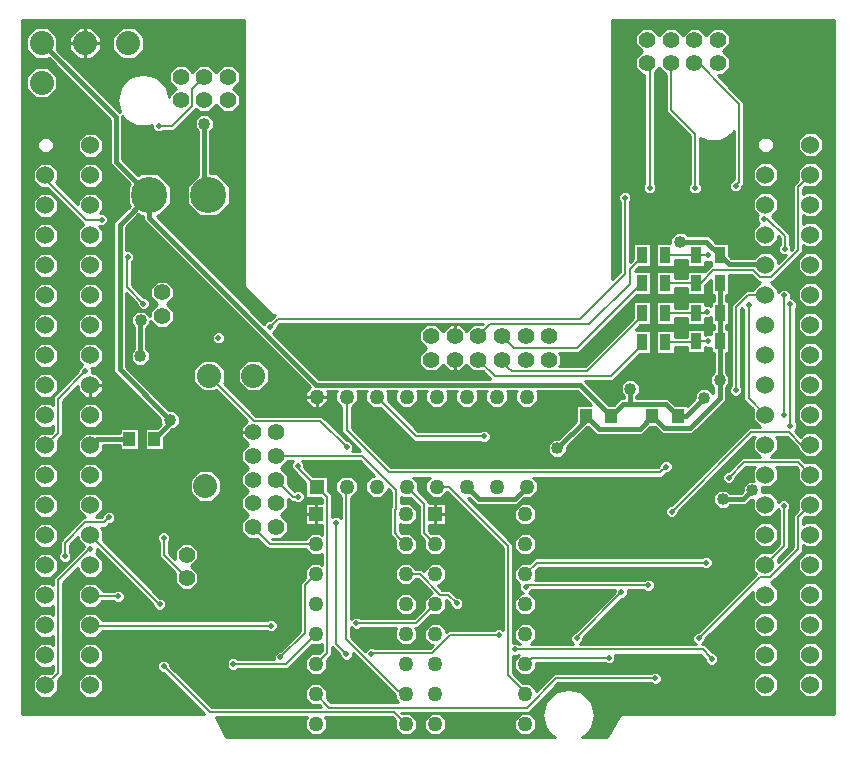
<source format=gbr>
G04 PROTEUS GERBER X2 FILE*
%TF.GenerationSoftware,Labcenter,Proteus,8.12-SP0-Build30713*%
%TF.CreationDate,2021-08-02T22:04:32+00:00*%
%TF.FileFunction,Copper,L2,Bot*%
%TF.FilePolarity,Positive*%
%TF.Part,Single*%
%TF.SameCoordinates,{7b106f40-0859-4ec3-be3a-1bfa3638fa75}*%
%FSLAX45Y45*%
%MOMM*%
G01*
%TA.AperFunction,Conductor*%
%ADD10C,0.203200*%
%ADD73C,0.152400*%
%ADD11C,0.381000*%
%TA.AperFunction,ViaPad*%
%ADD12C,0.508000*%
%ADD13C,1.016000*%
%TA.AperFunction,Conductor*%
%ADD14C,0.254000*%
%TA.AperFunction,ComponentPad*%
%ADD16C,1.524000*%
%TA.AperFunction,ComponentPad*%
%ADD15R,1.270000X1.270000*%
%ADD17C,1.270000*%
%TA.AperFunction,SMDPad,CuDef*%
%ADD22R,0.939800X1.447800*%
%TA.AperFunction,WasherPad*%
%ADD21C,1.397000*%
%TA.AperFunction,ComponentPad*%
%ADD23C,3.048000*%
%TA.AperFunction,SMDPad,CuDef*%
%ADD29R,1.016000X1.270000*%
%TA.AperFunction,ComponentPad*%
%ADD28C,2.032000*%
%TD.AperFunction*%
G36*
X+1939040Y+3674750D02*
X+2174750Y+3439040D01*
X+2202232Y+3439040D01*
X+2158303Y+3395111D01*
X+2140342Y+3395111D01*
X+2109594Y+3364362D01*
X+1201835Y+4272121D01*
X+1215371Y+4272121D01*
X+1322499Y+4379249D01*
X+1322499Y+4530751D01*
X+1215371Y+4637879D01*
X+1063869Y+4637879D01*
X+1047123Y+4621133D01*
X+910664Y+4757592D01*
X+910664Y+5125110D01*
X+928059Y+5101088D01*
X+976815Y+5063626D01*
X+1030976Y+5041652D01*
X+1087000Y+5034501D01*
X+1143024Y+5041652D01*
X+1164121Y+5050211D01*
X+1164121Y+5016854D01*
X+1196854Y+4984121D01*
X+1243146Y+4984121D01*
X+1255846Y+4996821D01*
X+1352109Y+4996821D01*
X+1536700Y+5181412D01*
X+1563442Y+5154671D01*
X+1646558Y+5154671D01*
X+1705000Y+5213113D01*
X+1763442Y+5154671D01*
X+1846558Y+5154671D01*
X+1905329Y+5213442D01*
X+1905329Y+5296558D01*
X+1846887Y+5355000D01*
X+1905329Y+5413442D01*
X+1905329Y+5496558D01*
X+1846558Y+5555329D01*
X+1763442Y+5555329D01*
X+1705000Y+5496887D01*
X+1646558Y+5555329D01*
X+1563442Y+5555329D01*
X+1505000Y+5496887D01*
X+1446558Y+5555329D01*
X+1363442Y+5555329D01*
X+1304671Y+5496558D01*
X+1304671Y+5413442D01*
X+1363113Y+5355000D01*
X+1304671Y+5296558D01*
X+1304671Y+5282150D01*
X+1286556Y+5356825D01*
X+1245941Y+5412912D01*
X+1197185Y+5450374D01*
X+1143024Y+5472348D01*
X+1087000Y+5479499D01*
X+1030976Y+5472348D01*
X+976815Y+5450374D01*
X+928059Y+5412912D01*
X+887444Y+5356825D01*
X+863228Y+5257000D01*
X+887444Y+5157175D01*
X+890024Y+5153612D01*
X+360212Y+5683424D01*
X+362079Y+5685291D01*
X+362079Y+5794709D01*
X+284709Y+5872079D01*
X+175291Y+5872079D01*
X+97921Y+5794709D01*
X+97921Y+5685291D01*
X+175291Y+5607921D01*
X+284709Y+5607921D01*
X+286576Y+5609788D01*
X+806526Y+5089838D01*
X+806526Y+4714458D01*
X+973487Y+4547497D01*
X+956741Y+4530751D01*
X+956741Y+4379249D01*
X+973487Y+4362503D01*
X+836265Y+4225281D01*
X+836265Y+2955099D01*
X+1233721Y+2557643D01*
X+1233721Y+2516333D01*
X+1234889Y+2515165D01*
X+1203703Y+2483979D01*
X+1102081Y+2483979D01*
X+1102081Y+2296021D01*
X+1264639Y+2296021D01*
X+1264639Y+2397643D01*
X+1335717Y+2468721D01*
X+1348667Y+2468721D01*
X+1396279Y+2516333D01*
X+1396279Y+2583667D01*
X+1348667Y+2631279D01*
X+1307357Y+2631279D01*
X+940403Y+2998233D01*
X+940403Y+3620864D01*
X+1032787Y+3528481D01*
X+1032787Y+3510520D01*
X+1065520Y+3477787D01*
X+1111812Y+3477787D01*
X+1144545Y+3510520D01*
X+1144545Y+3556812D01*
X+1111812Y+3589545D01*
X+1093851Y+3589545D01*
X+991821Y+3691574D01*
X+991821Y+3888706D01*
X+1012361Y+3909246D01*
X+1012361Y+3955538D01*
X+979628Y+3988271D01*
X+940403Y+3988271D01*
X+940403Y+4182147D01*
X+1047123Y+4288867D01*
X+1063869Y+4272121D01*
X+1087551Y+4272121D01*
X+1087551Y+4239133D01*
X+2501301Y+2825383D01*
X+2461789Y+2785871D01*
X+2461789Y+2708017D01*
X+2516841Y+2652965D01*
X+2594695Y+2652965D01*
X+2649747Y+2708017D01*
X+2649747Y+2785871D01*
X+2640448Y+2795170D01*
X+2725088Y+2795170D01*
X+2715789Y+2785871D01*
X+2715789Y+2708017D01*
X+2766589Y+2657217D01*
X+2766589Y+2445547D01*
X+2923958Y+2288178D01*
X+2857203Y+2288178D01*
X+2865879Y+2296854D01*
X+2865879Y+2343146D01*
X+2833146Y+2375879D01*
X+2815185Y+2375879D01*
X+2604333Y+2586731D01*
X+2044333Y+2586731D01*
X+1768926Y+2862138D01*
X+1777079Y+2870291D01*
X+1777079Y+2979709D01*
X+1699709Y+3057079D01*
X+1590291Y+3057079D01*
X+1512921Y+2979709D01*
X+1512921Y+2870291D01*
X+1590291Y+2792921D01*
X+1699709Y+2792921D01*
X+1707862Y+2801074D01*
X+1968524Y+2540412D01*
X+1914671Y+2486558D01*
X+1914671Y+2403442D01*
X+1973113Y+2345000D01*
X+1914671Y+2286558D01*
X+1914671Y+2203442D01*
X+1973113Y+2145000D01*
X+1914671Y+2086558D01*
X+1914671Y+2003442D01*
X+1973113Y+1945000D01*
X+1914671Y+1886558D01*
X+1914671Y+1803442D01*
X+1973113Y+1745000D01*
X+1914671Y+1686558D01*
X+1914671Y+1603442D01*
X+1973442Y+1544671D01*
X+2054265Y+1544671D01*
X+2145171Y+1453765D01*
X+2458041Y+1453765D01*
X+2508841Y+1402965D01*
X+2586695Y+1402965D01*
X+2600323Y+1416593D01*
X+2600323Y+1323295D01*
X+2586695Y+1336923D01*
X+2508841Y+1336923D01*
X+2453789Y+1281871D01*
X+2453789Y+1210029D01*
X+2411391Y+1167631D01*
X+2411391Y+762973D01*
X+2243288Y+594870D01*
X+2225327Y+594870D01*
X+2192594Y+562137D01*
X+2192594Y+528864D01*
X+1884016Y+528864D01*
X+1873410Y+539470D01*
X+1827118Y+539470D01*
X+1794385Y+506737D01*
X+1794385Y+460445D01*
X+1827118Y+427712D01*
X+1873410Y+427712D01*
X+1888204Y+442506D01*
X+2316394Y+442506D01*
X+2514853Y+640965D01*
X+2586695Y+640965D01*
X+2600323Y+654593D01*
X+2600323Y+594563D01*
X+2580683Y+574923D01*
X+2508841Y+574923D01*
X+2453789Y+519871D01*
X+2453789Y+442017D01*
X+2508841Y+386965D01*
X+2586695Y+386965D01*
X+2641747Y+442017D01*
X+2641747Y+513859D01*
X+2686681Y+558793D01*
X+2686681Y+627126D01*
X+2752306Y+561501D01*
X+2752306Y+543540D01*
X+2785039Y+510807D01*
X+2831331Y+510807D01*
X+2864064Y+543540D01*
X+2864064Y+573004D01*
X+3215789Y+221279D01*
X+3215789Y+188017D01*
X+3246489Y+157317D01*
X+2678459Y+157317D01*
X+2641747Y+194029D01*
X+2641747Y+265871D01*
X+2586695Y+320923D01*
X+2508841Y+320923D01*
X+2453789Y+265871D01*
X+2453789Y+188017D01*
X+2508841Y+132965D01*
X+2580683Y+132965D01*
X+2596910Y+116738D01*
X+1669326Y+116738D01*
X+1315879Y+470185D01*
X+1315879Y+488146D01*
X+1283146Y+520879D01*
X+1236854Y+520879D01*
X+1204121Y+488146D01*
X+1204121Y+441854D01*
X+1236854Y+409121D01*
X+1254815Y+409121D01*
X+1602976Y+60960D01*
X+60960Y+60960D01*
X+60960Y+5939040D01*
X+1939040Y+5939040D01*
X+1939040Y+3674750D01*
G37*
%LPC*%
G36*
X+1686393Y+5091722D02*
X+1686393Y+5024388D01*
X+1657183Y+4995178D01*
X+1657183Y+4637879D01*
X+1715751Y+4637879D01*
X+1822879Y+4530751D01*
X+1822879Y+4379249D01*
X+1715751Y+4272121D01*
X+1564249Y+4272121D01*
X+1457121Y+4379249D01*
X+1457121Y+4530751D01*
X+1553045Y+4626675D01*
X+1553045Y+4995178D01*
X+1523835Y+5024388D01*
X+1523835Y+5091722D01*
X+1571447Y+5139334D01*
X+1638781Y+5139334D01*
X+1686393Y+5091722D01*
G37*
G36*
X+1051279Y+2296021D02*
X+888721Y+2296021D01*
X+888721Y+2337931D01*
X+747679Y+2337931D01*
X+747679Y+2291812D01*
X+685188Y+2229321D01*
X+596812Y+2229321D01*
X+534321Y+2291812D01*
X+534321Y+2380188D01*
X+596812Y+2442679D01*
X+685188Y+2442679D01*
X+685798Y+2442069D01*
X+888721Y+2442069D01*
X+888721Y+2483979D01*
X+1051279Y+2483979D01*
X+1051279Y+2296021D01*
G37*
G36*
X+1349385Y+3670614D02*
X+1349385Y+3587498D01*
X+1290943Y+3529056D01*
X+1349385Y+3470614D01*
X+1349385Y+3387498D01*
X+1290614Y+3328727D01*
X+1207498Y+3328727D01*
X+1149107Y+3387118D01*
X+1149107Y+3359993D01*
X+1115747Y+3326633D01*
X+1115747Y+3153273D01*
X+1144957Y+3124063D01*
X+1144957Y+3056729D01*
X+1097345Y+3009117D01*
X+1030011Y+3009117D01*
X+982399Y+3056729D01*
X+982399Y+3124063D01*
X+1011609Y+3153273D01*
X+1011609Y+3334933D01*
X+986549Y+3359993D01*
X+986549Y+3427327D01*
X+1034161Y+3474939D01*
X+1101495Y+3474939D01*
X+1148727Y+3427707D01*
X+1148727Y+3470614D01*
X+1207169Y+3529056D01*
X+1148727Y+3587498D01*
X+1148727Y+3670614D01*
X+1207498Y+3729385D01*
X+1290614Y+3729385D01*
X+1349385Y+3670614D01*
G37*
G36*
X+231594Y+4944579D02*
X+288406Y+4944579D01*
X+328579Y+4904406D01*
X+328579Y+4847594D01*
X+288406Y+4807421D01*
X+231594Y+4807421D01*
X+191421Y+4847594D01*
X+191421Y+4904406D01*
X+231594Y+4944579D01*
G37*
G36*
X+596812Y+4982679D02*
X+685188Y+4982679D01*
X+747679Y+4920188D01*
X+747679Y+4831812D01*
X+685188Y+4769321D01*
X+596812Y+4769321D01*
X+534321Y+4831812D01*
X+534321Y+4920188D01*
X+596812Y+4982679D01*
G37*
G36*
X+366679Y+4666188D02*
X+366679Y+4577812D01*
X+349804Y+4560937D01*
X+534321Y+4376420D01*
X+534321Y+4412188D01*
X+596812Y+4474679D01*
X+685188Y+4474679D01*
X+747679Y+4412188D01*
X+747679Y+4323812D01*
X+725719Y+4301852D01*
X+760122Y+4301852D01*
X+792855Y+4269119D01*
X+792855Y+4222827D01*
X+760122Y+4190094D01*
X+715773Y+4190094D01*
X+747679Y+4158188D01*
X+747679Y+4069812D01*
X+685188Y+4007321D01*
X+596812Y+4007321D01*
X+534321Y+4069812D01*
X+534321Y+4158188D01*
X+582373Y+4206240D01*
X+273292Y+4515321D01*
X+215812Y+4515321D01*
X+153321Y+4577812D01*
X+153321Y+4666188D01*
X+215812Y+4728679D01*
X+304188Y+4728679D01*
X+366679Y+4666188D01*
G37*
G36*
X+596812Y+4728679D02*
X+685188Y+4728679D01*
X+747679Y+4666188D01*
X+747679Y+4577812D01*
X+685188Y+4515321D01*
X+596812Y+4515321D01*
X+534321Y+4577812D01*
X+534321Y+4666188D01*
X+596812Y+4728679D01*
G37*
G36*
X+215812Y+4474679D02*
X+304188Y+4474679D01*
X+366679Y+4412188D01*
X+366679Y+4323812D01*
X+304188Y+4261321D01*
X+215812Y+4261321D01*
X+153321Y+4323812D01*
X+153321Y+4412188D01*
X+215812Y+4474679D01*
G37*
G36*
X+215812Y+4220679D02*
X+304188Y+4220679D01*
X+366679Y+4158188D01*
X+366679Y+4069812D01*
X+304188Y+4007321D01*
X+215812Y+4007321D01*
X+153321Y+4069812D01*
X+153321Y+4158188D01*
X+215812Y+4220679D01*
G37*
G36*
X+215812Y+3966679D02*
X+304188Y+3966679D01*
X+366679Y+3904188D01*
X+366679Y+3815812D01*
X+304188Y+3753321D01*
X+215812Y+3753321D01*
X+153321Y+3815812D01*
X+153321Y+3904188D01*
X+215812Y+3966679D01*
G37*
G36*
X+596812Y+3966679D02*
X+685188Y+3966679D01*
X+747679Y+3904188D01*
X+747679Y+3815812D01*
X+685188Y+3753321D01*
X+596812Y+3753321D01*
X+534321Y+3815812D01*
X+534321Y+3904188D01*
X+596812Y+3966679D01*
G37*
G36*
X+215812Y+3712679D02*
X+304188Y+3712679D01*
X+366679Y+3650188D01*
X+366679Y+3561812D01*
X+304188Y+3499321D01*
X+215812Y+3499321D01*
X+153321Y+3561812D01*
X+153321Y+3650188D01*
X+215812Y+3712679D01*
G37*
G36*
X+596812Y+3712679D02*
X+685188Y+3712679D01*
X+747679Y+3650188D01*
X+747679Y+3561812D01*
X+685188Y+3499321D01*
X+596812Y+3499321D01*
X+534321Y+3561812D01*
X+534321Y+3650188D01*
X+596812Y+3712679D01*
G37*
G36*
X+215812Y+3458679D02*
X+304188Y+3458679D01*
X+366679Y+3396188D01*
X+366679Y+3307812D01*
X+304188Y+3245321D01*
X+215812Y+3245321D01*
X+153321Y+3307812D01*
X+153321Y+3396188D01*
X+215812Y+3458679D01*
G37*
G36*
X+596812Y+3458679D02*
X+685188Y+3458679D01*
X+747679Y+3396188D01*
X+747679Y+3307812D01*
X+685188Y+3245321D01*
X+596812Y+3245321D01*
X+534321Y+3307812D01*
X+534321Y+3396188D01*
X+596812Y+3458679D01*
G37*
G36*
X+215812Y+3204679D02*
X+304188Y+3204679D01*
X+366679Y+3142188D01*
X+366679Y+3053812D01*
X+304188Y+2991321D01*
X+215812Y+2991321D01*
X+153321Y+3053812D01*
X+153321Y+3142188D01*
X+215812Y+3204679D01*
G37*
G36*
X+747679Y+3142188D02*
X+747679Y+3053812D01*
X+685188Y+2991321D01*
X+642704Y+2991321D01*
X+650879Y+2983146D01*
X+650879Y+2950679D01*
X+685188Y+2950679D01*
X+747679Y+2888188D01*
X+747679Y+2799812D01*
X+685188Y+2737321D01*
X+596812Y+2737321D01*
X+534321Y+2799812D01*
X+534321Y+2838257D01*
X+408179Y+2712115D01*
X+408179Y+2423115D01*
X+365966Y+2380902D01*
X+366679Y+2380188D01*
X+366679Y+2291812D01*
X+304188Y+2229321D01*
X+215812Y+2229321D01*
X+153321Y+2291812D01*
X+153321Y+2380188D01*
X+215812Y+2442679D01*
X+304188Y+2442679D01*
X+304902Y+2441966D01*
X+321821Y+2458885D01*
X+321821Y+2500954D01*
X+304188Y+2483321D01*
X+215812Y+2483321D01*
X+153321Y+2545812D01*
X+153321Y+2634188D01*
X+215812Y+2696679D01*
X+304188Y+2696679D01*
X+321821Y+2679046D01*
X+321821Y+2747885D01*
X+539121Y+2965185D01*
X+539121Y+2983146D01*
X+571854Y+3015879D01*
X+572254Y+3015879D01*
X+534321Y+3053812D01*
X+534321Y+3142188D01*
X+596812Y+3204679D01*
X+685188Y+3204679D01*
X+747679Y+3142188D01*
G37*
G36*
X+215812Y+2950679D02*
X+304188Y+2950679D01*
X+366679Y+2888188D01*
X+366679Y+2799812D01*
X+304188Y+2737321D01*
X+215812Y+2737321D01*
X+153321Y+2799812D01*
X+153321Y+2888188D01*
X+215812Y+2950679D01*
G37*
G36*
X+596812Y+2696679D02*
X+685188Y+2696679D01*
X+747679Y+2634188D01*
X+747679Y+2545812D01*
X+685188Y+2483321D01*
X+596812Y+2483321D01*
X+534321Y+2545812D01*
X+534321Y+2634188D01*
X+596812Y+2696679D01*
G37*
G36*
X+215812Y+2188679D02*
X+304188Y+2188679D01*
X+366679Y+2126188D01*
X+366679Y+2037812D01*
X+304188Y+1975321D01*
X+215812Y+1975321D01*
X+153321Y+2037812D01*
X+153321Y+2126188D01*
X+215812Y+2188679D01*
G37*
G36*
X+596812Y+2188679D02*
X+685188Y+2188679D01*
X+747679Y+2126188D01*
X+747679Y+2037812D01*
X+685188Y+1975321D01*
X+596812Y+1975321D01*
X+534321Y+2037812D01*
X+534321Y+2126188D01*
X+596812Y+2188679D01*
G37*
G36*
X+215812Y+1934679D02*
X+304188Y+1934679D01*
X+366679Y+1872188D01*
X+366679Y+1783812D01*
X+304188Y+1721321D01*
X+215812Y+1721321D01*
X+153321Y+1783812D01*
X+153321Y+1872188D01*
X+215812Y+1934679D01*
G37*
G36*
X+747679Y+1872188D02*
X+747679Y+1783812D01*
X+688676Y+1724809D01*
X+735995Y+1724809D01*
X+741125Y+1729939D01*
X+741125Y+1747900D01*
X+773858Y+1780633D01*
X+820150Y+1780633D01*
X+852883Y+1747900D01*
X+852883Y+1701608D01*
X+820150Y+1668875D01*
X+802189Y+1668875D01*
X+771765Y+1638451D01*
X+727416Y+1638451D01*
X+747679Y+1618188D01*
X+747679Y+1529812D01*
X+746966Y+1529098D01*
X+1230408Y+1045656D01*
X+1250892Y+1045656D01*
X+1283625Y+1012923D01*
X+1283625Y+966631D01*
X+1250892Y+933898D01*
X+1204600Y+933898D01*
X+1171867Y+966631D01*
X+1171867Y+982069D01*
X+695879Y+1458057D01*
X+695879Y+1431536D01*
X+688105Y+1423762D01*
X+747679Y+1364188D01*
X+747679Y+1275812D01*
X+685188Y+1213321D01*
X+596812Y+1213321D01*
X+534321Y+1275812D01*
X+534321Y+1299963D01*
X+407299Y+1172941D01*
X+407299Y+390235D01*
X+365966Y+348902D01*
X+366679Y+348188D01*
X+366679Y+259812D01*
X+304188Y+197321D01*
X+215812Y+197321D01*
X+153321Y+259812D01*
X+153321Y+348188D01*
X+215812Y+410679D01*
X+304188Y+410679D01*
X+304902Y+409966D01*
X+320941Y+426005D01*
X+320941Y+468074D01*
X+304188Y+451321D01*
X+215812Y+451321D01*
X+153321Y+513812D01*
X+153321Y+602188D01*
X+215812Y+664679D01*
X+304188Y+664679D01*
X+320941Y+647926D01*
X+320941Y+722074D01*
X+304188Y+705321D01*
X+215812Y+705321D01*
X+153321Y+767812D01*
X+153321Y+856188D01*
X+215812Y+918679D01*
X+304188Y+918679D01*
X+320941Y+901926D01*
X+320941Y+976074D01*
X+304188Y+959321D01*
X+215812Y+959321D01*
X+153321Y+1021812D01*
X+153321Y+1110188D01*
X+215812Y+1172679D01*
X+304188Y+1172679D01*
X+320941Y+1155926D01*
X+320941Y+1208711D01*
X+584121Y+1471891D01*
X+584121Y+1477828D01*
X+585213Y+1478920D01*
X+534321Y+1529812D01*
X+534321Y+1556253D01*
X+468179Y+1490111D01*
X+468179Y+1429124D01*
X+480879Y+1416424D01*
X+480879Y+1370132D01*
X+448146Y+1337399D01*
X+401854Y+1337399D01*
X+369121Y+1370132D01*
X+369121Y+1416424D01*
X+381821Y+1429124D01*
X+381821Y+1525881D01*
X+580749Y+1724809D01*
X+593324Y+1724809D01*
X+534321Y+1783812D01*
X+534321Y+1872188D01*
X+596812Y+1934679D01*
X+685188Y+1934679D01*
X+747679Y+1872188D01*
G37*
G36*
X+215812Y+1680679D02*
X+304188Y+1680679D01*
X+366679Y+1618188D01*
X+366679Y+1529812D01*
X+304188Y+1467321D01*
X+215812Y+1467321D01*
X+153321Y+1529812D01*
X+153321Y+1618188D01*
X+215812Y+1680679D01*
G37*
G36*
X+215812Y+1426679D02*
X+304188Y+1426679D01*
X+366679Y+1364188D01*
X+366679Y+1275812D01*
X+304188Y+1213321D01*
X+215812Y+1213321D01*
X+153321Y+1275812D01*
X+153321Y+1364188D01*
X+215812Y+1426679D01*
G37*
G36*
X+747679Y+1110188D02*
X+747679Y+1099347D01*
X+839154Y+1099347D01*
X+851854Y+1112047D01*
X+898146Y+1112047D01*
X+930879Y+1079314D01*
X+930879Y+1033022D01*
X+898146Y+1000289D01*
X+851854Y+1000289D01*
X+839154Y+1012989D01*
X+738856Y+1012989D01*
X+685188Y+959321D01*
X+596812Y+959321D01*
X+534321Y+1021812D01*
X+534321Y+1110188D01*
X+596812Y+1172679D01*
X+685188Y+1172679D01*
X+747679Y+1110188D01*
G37*
G36*
X+747679Y+856188D02*
X+747679Y+851645D01*
X+2134766Y+851645D01*
X+2147466Y+864345D01*
X+2193758Y+864345D01*
X+2226491Y+831612D01*
X+2226491Y+785320D01*
X+2193758Y+752587D01*
X+2147466Y+752587D01*
X+2134766Y+765287D01*
X+745154Y+765287D01*
X+685188Y+705321D01*
X+596812Y+705321D01*
X+534321Y+767812D01*
X+534321Y+856188D01*
X+596812Y+918679D01*
X+685188Y+918679D01*
X+747679Y+856188D01*
G37*
G36*
X+596812Y+664679D02*
X+685188Y+664679D01*
X+747679Y+602188D01*
X+747679Y+513812D01*
X+685188Y+451321D01*
X+596812Y+451321D01*
X+534321Y+513812D01*
X+534321Y+602188D01*
X+596812Y+664679D01*
G37*
G36*
X+596812Y+410679D02*
X+685188Y+410679D01*
X+747679Y+348188D01*
X+747679Y+259812D01*
X+685188Y+197321D01*
X+596812Y+197321D01*
X+534321Y+259812D01*
X+534321Y+348188D01*
X+596812Y+410679D01*
G37*
G36*
X+1317821Y+1575032D02*
X+1317821Y+1528740D01*
X+1305121Y+1516040D01*
X+1305121Y+1420943D01*
X+1354671Y+1371393D01*
X+1354671Y+1451558D01*
X+1413442Y+1510329D01*
X+1496558Y+1510329D01*
X+1555329Y+1451558D01*
X+1555329Y+1368442D01*
X+1496887Y+1310000D01*
X+1555329Y+1251558D01*
X+1555329Y+1168442D01*
X+1496558Y+1109671D01*
X+1413442Y+1109671D01*
X+1354671Y+1168442D01*
X+1354671Y+1249265D01*
X+1218763Y+1385173D01*
X+1218763Y+1516040D01*
X+1206063Y+1528740D01*
X+1206063Y+1575032D01*
X+1238796Y+1607765D01*
X+1285088Y+1607765D01*
X+1317821Y+1575032D01*
G37*
G36*
X+1482921Y+1935291D02*
X+1482921Y+2044709D01*
X+1560291Y+2122079D01*
X+1669709Y+2122079D01*
X+1747079Y+2044709D01*
X+1747079Y+1935291D01*
X+1669709Y+1857921D01*
X+1560291Y+1857921D01*
X+1482921Y+1935291D01*
G37*
G36*
X+97921Y+5350291D02*
X+97921Y+5459709D01*
X+175291Y+5537079D01*
X+284709Y+5537079D01*
X+362079Y+5459709D01*
X+362079Y+5350291D01*
X+284709Y+5272921D01*
X+175291Y+5272921D01*
X+97921Y+5350291D01*
G37*
G36*
X+462921Y+5685291D02*
X+462921Y+5794709D01*
X+540291Y+5872079D01*
X+649709Y+5872079D01*
X+727079Y+5794709D01*
X+727079Y+5685291D01*
X+649709Y+5607921D01*
X+540291Y+5607921D01*
X+462921Y+5685291D01*
G37*
G36*
X+827921Y+5685291D02*
X+827921Y+5794709D01*
X+905291Y+5872079D01*
X+1014709Y+5872079D01*
X+1092079Y+5794709D01*
X+1092079Y+5685291D01*
X+1014709Y+5607921D01*
X+905291Y+5607921D01*
X+827921Y+5685291D01*
G37*
G36*
X+1887921Y+2870291D02*
X+1887921Y+2979709D01*
X+1965291Y+3057079D01*
X+2074709Y+3057079D01*
X+2152079Y+2979709D01*
X+2152079Y+2870291D01*
X+2074709Y+2792921D01*
X+1965291Y+2792921D01*
X+1887921Y+2870291D01*
G37*
G36*
X+2374921Y+1300160D02*
X+2374921Y+1326462D01*
X+2393520Y+1345061D01*
X+2419822Y+1345061D01*
X+2438421Y+1326462D01*
X+2438421Y+1300160D01*
X+2419822Y+1281561D01*
X+2393520Y+1281561D01*
X+2374921Y+1300160D01*
G37*
G36*
X+718337Y+129500D02*
X+718337Y+155802D01*
X+736936Y+174401D01*
X+763238Y+174401D01*
X+781837Y+155802D01*
X+781837Y+129500D01*
X+763238Y+110901D01*
X+736936Y+110901D01*
X+718337Y+129500D01*
G37*
G36*
X+1443744Y+1805084D02*
X+1443744Y+1831386D01*
X+1462343Y+1849985D01*
X+1488645Y+1849985D01*
X+1507244Y+1831386D01*
X+1507244Y+1805084D01*
X+1488645Y+1786485D01*
X+1462343Y+1786485D01*
X+1443744Y+1805084D01*
G37*
G36*
X+1669121Y+3221854D02*
X+1669121Y+3268146D01*
X+1701854Y+3300879D01*
X+1748146Y+3300879D01*
X+1780879Y+3268146D01*
X+1780879Y+3221854D01*
X+1748146Y+3189121D01*
X+1701854Y+3189121D01*
X+1669121Y+3221854D01*
G37*
%LPD*%
G36*
X+6939040Y+60960D02*
X+5143328Y+60960D01*
X+5114621Y+43986D01*
X+5013957Y-139040D01*
X+4804826Y-139040D01*
X+4847941Y-105912D01*
X+4888556Y-49825D01*
X+4912772Y+50000D01*
X+4888556Y+149825D01*
X+4847941Y+205912D01*
X+4799185Y+243374D01*
X+4745024Y+265348D01*
X+4689000Y+272499D01*
X+4632976Y+265348D01*
X+4578815Y+243374D01*
X+4530059Y+205912D01*
X+4489444Y+149825D01*
X+4465228Y+50000D01*
X+4489444Y-49825D01*
X+4530059Y-105912D01*
X+4573174Y-139040D01*
X+1787675Y-139040D01*
X+1702965Y+30380D01*
X+2472298Y+30380D01*
X+2453789Y+11871D01*
X+2453789Y-65983D01*
X+2508841Y-121035D01*
X+2586695Y-121035D01*
X+2641747Y-65983D01*
X+2641747Y+11871D01*
X+2623238Y+30380D01*
X+3191268Y+30380D01*
X+3215789Y+5859D01*
X+3215789Y-65983D01*
X+3270841Y-121035D01*
X+3348695Y-121035D01*
X+3403747Y-65983D01*
X+3403747Y+11871D01*
X+3348695Y+66923D01*
X+3276853Y+66923D01*
X+3272817Y+70959D01*
X+4356050Y+70959D01*
X+4603600Y+318509D01*
X+5387694Y+318509D01*
X+5400394Y+305809D01*
X+5446686Y+305809D01*
X+5479419Y+338542D01*
X+5479419Y+384834D01*
X+5446686Y+417567D01*
X+5400394Y+417567D01*
X+5387694Y+404867D01*
X+4567830Y+404867D01*
X+4415747Y+252784D01*
X+4415747Y+265871D01*
X+4360695Y+320923D01*
X+4306454Y+320923D01*
X+4223179Y+404198D01*
X+4223179Y+549982D01*
X+4257115Y+549982D01*
X+4269815Y+562682D01*
X+4270600Y+562682D01*
X+4227789Y+519871D01*
X+4227789Y+442017D01*
X+4282841Y+386965D01*
X+4360695Y+386965D01*
X+4415747Y+442017D01*
X+4415747Y+491821D01*
X+4994154Y+491821D01*
X+5006854Y+479121D01*
X+5053146Y+479121D01*
X+5085879Y+511854D01*
X+5085879Y+558146D01*
X+5081343Y+562682D01*
X+5806254Y+562682D01*
X+5844121Y+524815D01*
X+5844121Y+501854D01*
X+5876854Y+469121D01*
X+5923146Y+469121D01*
X+5955879Y+501854D01*
X+5955879Y+548146D01*
X+5923146Y+580879D01*
X+5910185Y+580879D01*
X+5842024Y+649040D01*
X+5820982Y+649040D01*
X+5848796Y+676854D01*
X+5848796Y+694815D01*
X+6249321Y+1095340D01*
X+6249321Y+1025812D01*
X+6311812Y+963321D01*
X+6400188Y+963321D01*
X+6462679Y+1025812D01*
X+6462679Y+1114188D01*
X+6401529Y+1175338D01*
X+6415769Y+1175338D01*
X+6675715Y+1435284D01*
X+6675715Y+1488418D01*
X+6692812Y+1471321D01*
X+6781188Y+1471321D01*
X+6843679Y+1533812D01*
X+6843679Y+1622188D01*
X+6781188Y+1684679D01*
X+6692812Y+1684679D01*
X+6675715Y+1667582D01*
X+6675715Y+1709651D01*
X+6692098Y+1726034D01*
X+6692812Y+1725321D01*
X+6781188Y+1725321D01*
X+6843679Y+1787812D01*
X+6843679Y+1876188D01*
X+6781188Y+1938679D01*
X+6692812Y+1938679D01*
X+6630321Y+1876188D01*
X+6630321Y+1787812D01*
X+6631034Y+1787098D01*
X+6589357Y+1745421D01*
X+6589357Y+1471054D01*
X+6462679Y+1344376D01*
X+6462679Y+1368188D01*
X+6461966Y+1368902D01*
X+6554499Y+1461435D01*
X+6554499Y+1787331D01*
X+6567199Y+1800031D01*
X+6567199Y+1846323D01*
X+6534466Y+1879056D01*
X+6488174Y+1879056D01*
X+6462679Y+1853561D01*
X+6462679Y+1876188D01*
X+6400188Y+1938679D01*
X+6325294Y+1938679D01*
X+6325294Y+1979321D01*
X+6400188Y+1979321D01*
X+6462679Y+2041812D01*
X+6462679Y+2130188D01*
X+6443484Y+2149383D01*
X+6612553Y+2149383D01*
X+6631034Y+2130902D01*
X+6630321Y+2130188D01*
X+6630321Y+2041812D01*
X+6692812Y+1979321D01*
X+6781188Y+1979321D01*
X+6843679Y+2041812D01*
X+6843679Y+2130188D01*
X+6781188Y+2192679D01*
X+6692812Y+2192679D01*
X+6692098Y+2191966D01*
X+6648323Y+2235741D01*
X+6402608Y+2235741D01*
X+6462679Y+2295812D01*
X+6462679Y+2384188D01*
X+6444124Y+2402743D01*
X+6535790Y+2402743D01*
X+6630321Y+2308212D01*
X+6630321Y+2295812D01*
X+6692812Y+2233321D01*
X+6781188Y+2233321D01*
X+6843679Y+2295812D01*
X+6843679Y+2384188D01*
X+6781188Y+2446679D01*
X+6692812Y+2446679D01*
X+6653397Y+2407264D01*
X+6605166Y+2455495D01*
X+6623898Y+2474227D01*
X+6623898Y+2520519D01*
X+6611198Y+2533219D01*
X+6611198Y+3492614D01*
X+6623898Y+3505314D01*
X+6623898Y+3551606D01*
X+6591165Y+3584339D01*
X+6570879Y+3584339D01*
X+6570879Y+3628146D01*
X+6538146Y+3660879D01*
X+6491854Y+3660879D01*
X+6462679Y+3631704D01*
X+6462679Y+3654188D01*
X+6402136Y+3714731D01*
X+6420697Y+3714731D01*
X+6673533Y+3967567D01*
X+6673533Y+4030600D01*
X+6692812Y+4011321D01*
X+6781188Y+4011321D01*
X+6843679Y+4073812D01*
X+6843679Y+4162188D01*
X+6781188Y+4224679D01*
X+6692812Y+4224679D01*
X+6673533Y+4205400D01*
X+6673533Y+4284600D01*
X+6692812Y+4265321D01*
X+6781188Y+4265321D01*
X+6843679Y+4327812D01*
X+6843679Y+4416188D01*
X+6781188Y+4478679D01*
X+6692812Y+4478679D01*
X+6673533Y+4459400D01*
X+6673533Y+4501469D01*
X+6692098Y+4520034D01*
X+6692812Y+4519321D01*
X+6781188Y+4519321D01*
X+6843679Y+4581812D01*
X+6843679Y+4670188D01*
X+6781188Y+4732679D01*
X+6692812Y+4732679D01*
X+6630321Y+4670188D01*
X+6630321Y+4581812D01*
X+6631034Y+4581098D01*
X+6587175Y+4537239D01*
X+6587175Y+4003337D01*
X+6575187Y+3991349D01*
X+6575187Y+4021564D01*
X+6562487Y+4034264D01*
X+6562487Y+4125463D01*
X+6411408Y+4276542D01*
X+6462679Y+4327812D01*
X+6462679Y+4416188D01*
X+6400188Y+4478679D01*
X+6311812Y+4478679D01*
X+6249321Y+4416188D01*
X+6249321Y+4327812D01*
X+6294196Y+4282937D01*
X+6287705Y+4276446D01*
X+6287705Y+4230154D01*
X+6302496Y+4215363D01*
X+6249321Y+4162188D01*
X+6249321Y+4073812D01*
X+6311812Y+4011321D01*
X+6400188Y+4011321D01*
X+6462679Y+4073812D01*
X+6462679Y+4103143D01*
X+6476129Y+4089693D01*
X+6476129Y+4034264D01*
X+6463429Y+4021564D01*
X+6463429Y+3975272D01*
X+6496162Y+3942539D01*
X+6526377Y+3942539D01*
X+6462679Y+3878841D01*
X+6462679Y+3908188D01*
X+6400188Y+3970679D01*
X+6311812Y+3970679D01*
X+6263202Y+3922069D01*
X+6067894Y+3922069D01*
X+6047469Y+3942494D01*
X+6047469Y+4049196D01*
X+5940767Y+4049196D01*
X+5877824Y+4112139D01*
X+5696498Y+4112139D01*
X+5667288Y+4141349D01*
X+5599954Y+4141349D01*
X+5552342Y+4093737D01*
X+5552342Y+4049196D01*
X+5432531Y+4049196D01*
X+5432531Y+3843458D01*
X+5587469Y+3843458D01*
X+5587469Y+3903148D01*
X+5692531Y+3903148D01*
X+5692531Y+3843458D01*
X+5847469Y+3843458D01*
X+5847469Y+3890819D01*
X+5892531Y+3890819D01*
X+5892531Y+3856379D01*
X+5847469Y+3811317D01*
X+5847469Y+3814196D01*
X+5692531Y+3814196D01*
X+5692531Y+3749506D01*
X+5587469Y+3749506D01*
X+5587469Y+3809196D01*
X+5432531Y+3809196D01*
X+5432531Y+3603458D01*
X+5587469Y+3603458D01*
X+5587469Y+3663148D01*
X+5692531Y+3663148D01*
X+5692531Y+3608458D01*
X+5847469Y+3608458D01*
X+5847469Y+3689189D01*
X+5892531Y+3734251D01*
X+5892531Y+3608458D01*
X+5917931Y+3608458D01*
X+5917931Y+3559196D01*
X+5892531Y+3559196D01*
X+5892531Y+3516425D01*
X+5886209Y+3522747D01*
X+5847469Y+3522747D01*
X+5847469Y+3559196D01*
X+5692531Y+3559196D01*
X+5692531Y+3499506D01*
X+5587469Y+3499506D01*
X+5587469Y+3559196D01*
X+5432531Y+3559196D01*
X+5432531Y+3353458D01*
X+5587469Y+3353458D01*
X+5587469Y+3413148D01*
X+5692531Y+3413148D01*
X+5692531Y+3353458D01*
X+5847469Y+3353458D01*
X+5847469Y+3410989D01*
X+5886209Y+3410989D01*
X+5892531Y+3417311D01*
X+5892531Y+3353458D01*
X+5917931Y+3353458D01*
X+5917931Y+3319196D01*
X+5892531Y+3319196D01*
X+5892531Y+3274039D01*
X+5850500Y+3274039D01*
X+5847469Y+3271008D01*
X+5847469Y+3319196D01*
X+5692531Y+3319196D01*
X+5692531Y+3254506D01*
X+5587469Y+3254506D01*
X+5587469Y+3314196D01*
X+5432531Y+3314196D01*
X+5432531Y+3108458D01*
X+5587469Y+3108458D01*
X+5587469Y+3168148D01*
X+5692531Y+3168148D01*
X+5692531Y+3113458D01*
X+5847469Y+3113458D01*
X+5847469Y+3165312D01*
X+5850500Y+3162281D01*
X+5892531Y+3162281D01*
X+5892531Y+3113458D01*
X+5917931Y+3113458D01*
X+5917931Y+2954373D01*
X+5886531Y+2922973D01*
X+5886531Y+2855639D01*
X+5915741Y+2826429D01*
X+5915741Y+2777387D01*
X+5873212Y+2819916D01*
X+5805878Y+2819916D01*
X+5758266Y+2772304D01*
X+5758266Y+2730994D01*
X+5694639Y+2667367D01*
X+5694639Y+2673979D01*
X+5593017Y+2673979D01*
X+5534692Y+2732304D01*
X+5264273Y+2732304D01*
X+5264273Y+2752945D01*
X+5291809Y+2780481D01*
X+5291809Y+2847815D01*
X+5244197Y+2895427D01*
X+5176863Y+2895427D01*
X+5129251Y+2847815D01*
X+5129251Y+2780481D01*
X+5160135Y+2749597D01*
X+5160135Y+2732304D01*
X+5128668Y+2732304D01*
X+5070342Y+2673979D01*
X+5029657Y+2673979D01*
X+4825744Y+2877892D01*
X+5067629Y+2877892D01*
X+5298195Y+3108458D01*
X+5387469Y+3108458D01*
X+5387469Y+3314196D01*
X+5258933Y+3314196D01*
X+5298195Y+3353458D01*
X+5387469Y+3353458D01*
X+5387469Y+3559196D01*
X+5232531Y+3559196D01*
X+5232531Y+3409922D01*
X+4827422Y+3004813D01*
X+4611700Y+3004813D01*
X+4625329Y+3018442D01*
X+4625329Y+3101558D01*
X+4611240Y+3115647D01*
X+4780384Y+3115647D01*
X+5268195Y+3603458D01*
X+5387469Y+3603458D01*
X+5387469Y+3809196D01*
X+5250694Y+3809196D01*
X+5284956Y+3843458D01*
X+5387469Y+3843458D01*
X+5387469Y+4049196D01*
X+5232531Y+4049196D01*
X+5232531Y+3913161D01*
X+5208484Y+3889114D01*
X+5208484Y+4395394D01*
X+5221184Y+4408094D01*
X+5221184Y+4454386D01*
X+5188451Y+4487119D01*
X+5142159Y+4487119D01*
X+5109426Y+4454386D01*
X+5109426Y+4408094D01*
X+5122126Y+4395394D01*
X+5122126Y+3800603D01*
X+5060960Y+3739437D01*
X+5060960Y+5939040D01*
X+6939040Y+5939040D01*
X+6939040Y+60960D01*
G37*
%LPC*%
G36*
X+6055329Y+5811558D02*
X+6055329Y+5728442D01*
X+5996887Y+5670000D01*
X+6055329Y+5611558D01*
X+6055329Y+5528442D01*
X+5996558Y+5469671D01*
X+5951393Y+5469671D01*
X+6057182Y+5363882D01*
X+6057182Y+5358882D01*
X+6175584Y+5240480D01*
X+6175584Y+4542136D01*
X+6159406Y+4525958D01*
X+6159406Y+4507997D01*
X+6126673Y+4475264D01*
X+6080381Y+4475264D01*
X+6047648Y+4507997D01*
X+6047648Y+4554289D01*
X+6080381Y+4587022D01*
X+6089226Y+4587022D01*
X+6089226Y+4997957D01*
X+6071941Y+4974088D01*
X+6059182Y+4964284D01*
X+6023185Y+4936626D01*
X+5969024Y+4914652D01*
X+5961168Y+4913649D01*
X+5913000Y+4907501D01*
X+5856976Y+4914652D01*
X+5849632Y+4917631D01*
X+5803179Y+4936478D01*
X+5803179Y+4550846D01*
X+5815879Y+4538146D01*
X+5815879Y+4491854D01*
X+5783146Y+4459121D01*
X+5736854Y+4459121D01*
X+5704121Y+4491854D01*
X+5704121Y+4538146D01*
X+5716821Y+4550846D01*
X+5716821Y+4952494D01*
X+5511821Y+5157494D01*
X+5511821Y+5471292D01*
X+5455000Y+5528113D01*
X+5418179Y+5491292D01*
X+5418179Y+4550846D01*
X+5430879Y+4538146D01*
X+5430879Y+4491854D01*
X+5398146Y+4459121D01*
X+5351854Y+4459121D01*
X+5319121Y+4491854D01*
X+5319121Y+4538146D01*
X+5331821Y+4550846D01*
X+5331821Y+5469671D01*
X+5313442Y+5469671D01*
X+5254671Y+5528442D01*
X+5254671Y+5611558D01*
X+5313113Y+5670000D01*
X+5254671Y+5728442D01*
X+5254671Y+5811558D01*
X+5313442Y+5870329D01*
X+5396558Y+5870329D01*
X+5455000Y+5811887D01*
X+5513442Y+5870329D01*
X+5596558Y+5870329D01*
X+5655000Y+5811887D01*
X+5713442Y+5870329D01*
X+5796558Y+5870329D01*
X+5855000Y+5811887D01*
X+5913442Y+5870329D01*
X+5996558Y+5870329D01*
X+6055329Y+5811558D01*
G37*
G36*
X+6327594Y+4948579D02*
X+6384406Y+4948579D01*
X+6424579Y+4908406D01*
X+6424579Y+4851594D01*
X+6384406Y+4811421D01*
X+6327594Y+4811421D01*
X+6287421Y+4851594D01*
X+6287421Y+4908406D01*
X+6327594Y+4948579D01*
G37*
G36*
X+6692812Y+4986679D02*
X+6781188Y+4986679D01*
X+6843679Y+4924188D01*
X+6843679Y+4835812D01*
X+6781188Y+4773321D01*
X+6692812Y+4773321D01*
X+6630321Y+4835812D01*
X+6630321Y+4924188D01*
X+6692812Y+4986679D01*
G37*
G36*
X+6311812Y+4732679D02*
X+6400188Y+4732679D01*
X+6462679Y+4670188D01*
X+6462679Y+4581812D01*
X+6400188Y+4519321D01*
X+6311812Y+4519321D01*
X+6249321Y+4581812D01*
X+6249321Y+4670188D01*
X+6311812Y+4732679D01*
G37*
G36*
X+6692812Y+3970679D02*
X+6781188Y+3970679D01*
X+6843679Y+3908188D01*
X+6843679Y+3819812D01*
X+6781188Y+3757321D01*
X+6692812Y+3757321D01*
X+6630321Y+3819812D01*
X+6630321Y+3908188D01*
X+6692812Y+3970679D01*
G37*
G36*
X+6692812Y+3716679D02*
X+6781188Y+3716679D01*
X+6843679Y+3654188D01*
X+6843679Y+3565812D01*
X+6781188Y+3503321D01*
X+6692812Y+3503321D01*
X+6630321Y+3565812D01*
X+6630321Y+3654188D01*
X+6692812Y+3716679D01*
G37*
G36*
X+6692812Y+3462679D02*
X+6781188Y+3462679D01*
X+6843679Y+3400188D01*
X+6843679Y+3311812D01*
X+6781188Y+3249321D01*
X+6692812Y+3249321D01*
X+6630321Y+3311812D01*
X+6630321Y+3400188D01*
X+6692812Y+3462679D01*
G37*
G36*
X+6692812Y+3208679D02*
X+6781188Y+3208679D01*
X+6843679Y+3146188D01*
X+6843679Y+3057812D01*
X+6781188Y+2995321D01*
X+6692812Y+2995321D01*
X+6630321Y+3057812D01*
X+6630321Y+3146188D01*
X+6692812Y+3208679D01*
G37*
G36*
X+6692812Y+2954679D02*
X+6781188Y+2954679D01*
X+6843679Y+2892188D01*
X+6843679Y+2803812D01*
X+6781188Y+2741321D01*
X+6692812Y+2741321D01*
X+6630321Y+2803812D01*
X+6630321Y+2892188D01*
X+6692812Y+2954679D01*
G37*
G36*
X+6692812Y+2700679D02*
X+6781188Y+2700679D01*
X+6843679Y+2638188D01*
X+6843679Y+2549812D01*
X+6781188Y+2487321D01*
X+6692812Y+2487321D01*
X+6630321Y+2549812D01*
X+6630321Y+2638188D01*
X+6692812Y+2700679D01*
G37*
G36*
X+6692812Y+1430679D02*
X+6781188Y+1430679D01*
X+6843679Y+1368188D01*
X+6843679Y+1279812D01*
X+6781188Y+1217321D01*
X+6692812Y+1217321D01*
X+6630321Y+1279812D01*
X+6630321Y+1368188D01*
X+6692812Y+1430679D01*
G37*
G36*
X+6692812Y+1176679D02*
X+6781188Y+1176679D01*
X+6843679Y+1114188D01*
X+6843679Y+1025812D01*
X+6781188Y+963321D01*
X+6692812Y+963321D01*
X+6630321Y+1025812D01*
X+6630321Y+1114188D01*
X+6692812Y+1176679D01*
G37*
G36*
X+6311812Y+922679D02*
X+6400188Y+922679D01*
X+6462679Y+860188D01*
X+6462679Y+771812D01*
X+6400188Y+709321D01*
X+6311812Y+709321D01*
X+6249321Y+771812D01*
X+6249321Y+860188D01*
X+6311812Y+922679D01*
G37*
G36*
X+6692812Y+922679D02*
X+6781188Y+922679D01*
X+6843679Y+860188D01*
X+6843679Y+771812D01*
X+6781188Y+709321D01*
X+6692812Y+709321D01*
X+6630321Y+771812D01*
X+6630321Y+860188D01*
X+6692812Y+922679D01*
G37*
G36*
X+6311812Y+668679D02*
X+6400188Y+668679D01*
X+6462679Y+606188D01*
X+6462679Y+517812D01*
X+6400188Y+455321D01*
X+6311812Y+455321D01*
X+6249321Y+517812D01*
X+6249321Y+606188D01*
X+6311812Y+668679D01*
G37*
G36*
X+6692812Y+668679D02*
X+6781188Y+668679D01*
X+6843679Y+606188D01*
X+6843679Y+517812D01*
X+6781188Y+455321D01*
X+6692812Y+455321D01*
X+6630321Y+517812D01*
X+6630321Y+606188D01*
X+6692812Y+668679D01*
G37*
G36*
X+6311812Y+414679D02*
X+6400188Y+414679D01*
X+6462679Y+352188D01*
X+6462679Y+263812D01*
X+6400188Y+201321D01*
X+6311812Y+201321D01*
X+6249321Y+263812D01*
X+6249321Y+352188D01*
X+6311812Y+414679D01*
G37*
G36*
X+6692812Y+414679D02*
X+6781188Y+414679D01*
X+6843679Y+352188D01*
X+6843679Y+263812D01*
X+6781188Y+201321D01*
X+6692812Y+201321D01*
X+6630321Y+263812D01*
X+6630321Y+352188D01*
X+6692812Y+414679D01*
G37*
G36*
X+3520841Y+66923D02*
X+3598695Y+66923D01*
X+3653747Y+11871D01*
X+3653747Y-65983D01*
X+3598695Y-121035D01*
X+3520841Y-121035D01*
X+3465789Y-65983D01*
X+3465789Y+11871D01*
X+3520841Y+66923D01*
G37*
G36*
X+4282841Y+66923D02*
X+4360695Y+66923D01*
X+4415747Y+11871D01*
X+4415747Y-65983D01*
X+4360695Y-121035D01*
X+4282841Y-121035D01*
X+4227789Y-65983D01*
X+4227789Y+11871D01*
X+4282841Y+66923D01*
G37*
G36*
X+6743250Y+5801849D02*
X+6743250Y+5828151D01*
X+6761849Y+5846750D01*
X+6788151Y+5846750D01*
X+6806750Y+5828151D01*
X+6806750Y+5801849D01*
X+6788151Y+5783250D01*
X+6761849Y+5783250D01*
X+6743250Y+5801849D01*
G37*
G36*
X+6248250Y+111849D02*
X+6248250Y+138151D01*
X+6266849Y+156750D01*
X+6293151Y+156750D01*
X+6311750Y+138151D01*
X+6311750Y+111849D01*
X+6293151Y+93250D01*
X+6266849Y+93250D01*
X+6248250Y+111849D01*
G37*
G36*
X+5138250Y+5056849D02*
X+5138250Y+5083151D01*
X+5156849Y+5101750D01*
X+5183151Y+5101750D01*
X+5201750Y+5083151D01*
X+5201750Y+5056849D01*
X+5183151Y+5038250D01*
X+5156849Y+5038250D01*
X+5138250Y+5056849D01*
G37*
G36*
X+6208250Y+956849D02*
X+6208250Y+983151D01*
X+6226849Y+1001750D01*
X+6253151Y+1001750D01*
X+6271750Y+983151D01*
X+6271750Y+956849D01*
X+6253151Y+938250D01*
X+6226849Y+938250D01*
X+6208250Y+956849D01*
G37*
%LPD*%
G36*
X+3964265Y+3360329D02*
X+3883442Y+3360329D01*
X+3825000Y+3301887D01*
X+3766558Y+3360329D01*
X+3683442Y+3360329D01*
X+3625000Y+3301887D01*
X+3566558Y+3360329D01*
X+3483442Y+3360329D01*
X+3424671Y+3301558D01*
X+3424671Y+3218442D01*
X+3483113Y+3160000D01*
X+3424671Y+3101558D01*
X+3424671Y+3018442D01*
X+3483442Y+2959671D01*
X+3566558Y+2959671D01*
X+3625000Y+3018113D01*
X+3683442Y+2959671D01*
X+3766558Y+2959671D01*
X+3825000Y+3018113D01*
X+3883442Y+2959671D01*
X+3964265Y+2959671D01*
X+4024628Y+2899308D01*
X+2574648Y+2899308D01*
X+2188618Y+3285338D01*
X+2219367Y+3316086D01*
X+2219367Y+3334047D01*
X+2248722Y+3363402D01*
X+3967338Y+3363402D01*
X+3964265Y+3360329D01*
G37*
G36*
X+6294969Y+3714731D02*
X+6309864Y+3714731D01*
X+6249321Y+3654188D01*
X+6249321Y+3653179D01*
X+6192115Y+3653179D01*
X+6064938Y+3526002D01*
X+6061900Y+2835925D01*
X+6049121Y+2823146D01*
X+6049121Y+2776854D01*
X+6081854Y+2744121D01*
X+6128146Y+2744121D01*
X+6160879Y+2776854D01*
X+6160879Y+2823146D01*
X+6148403Y+2835622D01*
X+6151144Y+3490080D01*
X+6157932Y+3496868D01*
X+6170477Y+3484322D01*
X+6170477Y+2718459D01*
X+6250034Y+2638902D01*
X+6249321Y+2638188D01*
X+6249321Y+2549812D01*
X+6310032Y+2489101D01*
X+6217777Y+2489101D01*
X+5557520Y+1828844D01*
X+5539559Y+1828844D01*
X+5506826Y+1796111D01*
X+5506826Y+1749819D01*
X+5539559Y+1717086D01*
X+5585851Y+1717086D01*
X+5618584Y+1749819D01*
X+5618584Y+1767780D01*
X+6253547Y+2402743D01*
X+6267876Y+2402743D01*
X+6249321Y+2384188D01*
X+6249321Y+2295812D01*
X+6309392Y+2235741D01*
X+6159677Y+2235741D01*
X+6039815Y+2115879D01*
X+6021854Y+2115879D01*
X+5989121Y+2083146D01*
X+5989121Y+2036854D01*
X+6021854Y+2004121D01*
X+6068146Y+2004121D01*
X+6100879Y+2036854D01*
X+6100879Y+2054815D01*
X+6195447Y+2149383D01*
X+6268516Y+2149383D01*
X+6249321Y+2130188D01*
X+6249321Y+2041812D01*
X+6257203Y+2033930D01*
X+6210348Y+2033930D01*
X+6162736Y+1986318D01*
X+6162736Y+1945008D01*
X+6147157Y+1929429D01*
X+6056870Y+1929429D01*
X+6027660Y+1958639D01*
X+5960326Y+1958639D01*
X+5912714Y+1911027D01*
X+5912714Y+1843693D01*
X+5960326Y+1796081D01*
X+6027660Y+1796081D01*
X+6056870Y+1825291D01*
X+6190291Y+1825291D01*
X+6236372Y+1871372D01*
X+6249321Y+1871372D01*
X+6249321Y+1787812D01*
X+6311812Y+1725321D01*
X+6400188Y+1725321D01*
X+6462679Y+1787812D01*
X+6462679Y+1792793D01*
X+6468141Y+1787331D01*
X+6468141Y+1497205D01*
X+6400902Y+1429966D01*
X+6400188Y+1430679D01*
X+6311812Y+1430679D01*
X+6249321Y+1368188D01*
X+6249321Y+1279812D01*
X+6280493Y+1248640D01*
X+5787732Y+755879D01*
X+5769771Y+755879D01*
X+5737038Y+723146D01*
X+5737038Y+676854D01*
X+5764852Y+649040D01*
X+4785310Y+649040D01*
X+4812748Y+676478D01*
X+4812748Y+702712D01*
X+5142640Y+1032604D01*
X+5160601Y+1032604D01*
X+5193334Y+1065337D01*
X+5193334Y+1107479D01*
X+5327101Y+1107479D01*
X+5339801Y+1094779D01*
X+5386093Y+1094779D01*
X+5418826Y+1127512D01*
X+5418826Y+1173804D01*
X+5386093Y+1206537D01*
X+5339801Y+1206537D01*
X+5327101Y+1193837D01*
X+4405567Y+1193837D01*
X+4415747Y+1204017D01*
X+4415747Y+1275859D01*
X+4438875Y+1298987D01*
X+5816809Y+1298987D01*
X+5829509Y+1286287D01*
X+5875801Y+1286287D01*
X+5908534Y+1319020D01*
X+5908534Y+1365312D01*
X+5875801Y+1398045D01*
X+5829509Y+1398045D01*
X+5816809Y+1385345D01*
X+4403105Y+1385345D01*
X+4354683Y+1336923D01*
X+4282841Y+1336923D01*
X+4227789Y+1281871D01*
X+4227789Y+1204017D01*
X+4271430Y+1160376D01*
X+4270650Y+1159595D01*
X+4270650Y+1113303D01*
X+4301030Y+1082923D01*
X+4282841Y+1082923D01*
X+4227789Y+1027871D01*
X+4227789Y+950017D01*
X+4282841Y+894965D01*
X+4360695Y+894965D01*
X+4415747Y+950017D01*
X+4415747Y+1027871D01*
X+4360695Y+1082923D01*
X+4352028Y+1082923D01*
X+4376584Y+1107479D01*
X+5081576Y+1107479D01*
X+5081576Y+1093668D01*
X+4743411Y+755503D01*
X+4733723Y+755503D01*
X+4700990Y+722770D01*
X+4700990Y+676478D01*
X+4728428Y+649040D01*
X+4368770Y+649040D01*
X+4415747Y+696017D01*
X+4415747Y+773871D01*
X+4360695Y+828923D01*
X+4282841Y+828923D01*
X+4227789Y+773871D01*
X+4227789Y+696017D01*
X+4274766Y+649040D01*
X+4269815Y+649040D01*
X+4257115Y+661740D01*
X+4223179Y+661740D01*
X+4223179Y+1502885D01*
X+3835099Y+1890965D01*
X+3846111Y+1890965D01*
X+3905890Y+1831186D01*
X+4253646Y+1831186D01*
X+4313425Y+1890965D01*
X+4372695Y+1890965D01*
X+4427747Y+1946017D01*
X+4427747Y+2023871D01*
X+4389797Y+2061821D01*
X+5482885Y+2061821D01*
X+5520185Y+2099121D01*
X+5538146Y+2099121D01*
X+5570879Y+2131854D01*
X+5570879Y+2178146D01*
X+5538146Y+2210879D01*
X+5491854Y+2210879D01*
X+5459121Y+2178146D01*
X+5459121Y+2160185D01*
X+5447115Y+2148179D01*
X+3186085Y+2148179D01*
X+2852947Y+2481317D01*
X+2852947Y+2657217D01*
X+2903747Y+2708017D01*
X+2903747Y+2785871D01*
X+2894448Y+2795170D01*
X+2979088Y+2795170D01*
X+2969789Y+2785871D01*
X+2969789Y+2708017D01*
X+3024841Y+2652965D01*
X+3096683Y+2652965D01*
X+3382827Y+2366821D01*
X+3939154Y+2366821D01*
X+3951854Y+2354121D01*
X+3998146Y+2354121D01*
X+4030879Y+2386854D01*
X+4030879Y+2433146D01*
X+3998146Y+2465879D01*
X+3951854Y+2465879D01*
X+3939154Y+2453179D01*
X+3418597Y+2453179D01*
X+3157747Y+2714029D01*
X+3157747Y+2785871D01*
X+3148448Y+2795170D01*
X+3233088Y+2795170D01*
X+3223789Y+2785871D01*
X+3223789Y+2708017D01*
X+3278841Y+2652965D01*
X+3356695Y+2652965D01*
X+3411747Y+2708017D01*
X+3411747Y+2785871D01*
X+3402448Y+2795170D01*
X+3487088Y+2795170D01*
X+3477789Y+2785871D01*
X+3477789Y+2708017D01*
X+3532841Y+2652965D01*
X+3610695Y+2652965D01*
X+3665747Y+2708017D01*
X+3665747Y+2785871D01*
X+3656448Y+2795170D01*
X+3741088Y+2795170D01*
X+3731789Y+2785871D01*
X+3731789Y+2708017D01*
X+3786841Y+2652965D01*
X+3864695Y+2652965D01*
X+3919747Y+2708017D01*
X+3919747Y+2785871D01*
X+3910448Y+2795170D01*
X+3995088Y+2795170D01*
X+3985789Y+2785871D01*
X+3985789Y+2708017D01*
X+4040841Y+2652965D01*
X+4118695Y+2652965D01*
X+4173747Y+2708017D01*
X+4173747Y+2785871D01*
X+4164448Y+2795170D01*
X+4249088Y+2795170D01*
X+4239789Y+2785871D01*
X+4239789Y+2708017D01*
X+4294841Y+2652965D01*
X+4372695Y+2652965D01*
X+4427747Y+2708017D01*
X+4427747Y+2785871D01*
X+4418448Y+2795170D01*
X+4761194Y+2795170D01*
X+4882385Y+2673979D01*
X+4755361Y+2673979D01*
X+4755361Y+2543088D01*
X+4602010Y+2389737D01*
X+4560700Y+2389737D01*
X+4513088Y+2342125D01*
X+4513088Y+2274791D01*
X+4560700Y+2227179D01*
X+4628034Y+2227179D01*
X+4675646Y+2274791D01*
X+4675646Y+2316101D01*
X+4845566Y+2486021D01*
X+4856983Y+2486021D01*
X+4925001Y+2418003D01*
X+5311639Y+2418003D01*
X+5379657Y+2486021D01*
X+5420343Y+2486021D01*
X+5478703Y+2427661D01*
X+5736297Y+2427661D01*
X+6019879Y+2711243D01*
X+6019879Y+2826429D01*
X+6049089Y+2855639D01*
X+6049089Y+2922973D01*
X+6022069Y+2949993D01*
X+6022069Y+3113458D01*
X+6047469Y+3113458D01*
X+6047469Y+3319196D01*
X+6022069Y+3319196D01*
X+6022069Y+3353458D01*
X+6047469Y+3353458D01*
X+6047469Y+3559196D01*
X+6022069Y+3559196D01*
X+6022069Y+3608458D01*
X+6047469Y+3608458D01*
X+6047469Y+3775585D01*
X+6234115Y+3775585D01*
X+6294969Y+3714731D01*
G37*
%LPC*%
G36*
X+6311812Y+1684679D02*
X+6400188Y+1684679D01*
X+6462679Y+1622188D01*
X+6462679Y+1533812D01*
X+6400188Y+1471321D01*
X+6311812Y+1471321D01*
X+6249321Y+1533812D01*
X+6249321Y+1622188D01*
X+6311812Y+1684679D01*
G37*
G36*
X+4282841Y+1590923D02*
X+4360695Y+1590923D01*
X+4415747Y+1535871D01*
X+4415747Y+1458017D01*
X+4360695Y+1402965D01*
X+4282841Y+1402965D01*
X+4227789Y+1458017D01*
X+4227789Y+1535871D01*
X+4282841Y+1590923D01*
G37*
G36*
X+4282841Y+1844923D02*
X+4360695Y+1844923D01*
X+4415747Y+1789871D01*
X+4415747Y+1712017D01*
X+4360695Y+1656965D01*
X+4282841Y+1656965D01*
X+4227789Y+1712017D01*
X+4227789Y+1789871D01*
X+4282841Y+1844923D01*
G37*
G36*
X+4947723Y+680629D02*
X+4947723Y+706931D01*
X+4966322Y+725530D01*
X+4992624Y+725530D01*
X+5011223Y+706931D01*
X+5011223Y+680629D01*
X+4992624Y+662030D01*
X+4966322Y+662030D01*
X+4947723Y+680629D01*
G37*
G36*
X+4515366Y+939738D02*
X+4515366Y+966040D01*
X+4533965Y+984639D01*
X+4560267Y+984639D01*
X+4578866Y+966040D01*
X+4578866Y+939738D01*
X+4560267Y+921139D01*
X+4533965Y+921139D01*
X+4515366Y+939738D01*
G37*
%LPD*%
G36*
X+2339070Y+2186126D02*
X+2339070Y+2139834D01*
X+2371803Y+2107101D01*
X+2372547Y+2107101D01*
X+2461789Y+2017859D01*
X+2461789Y+1890965D01*
X+2588683Y+1890965D01*
X+2600323Y+1879325D01*
X+2600323Y+1844923D01*
X+2453789Y+1844923D01*
X+2453789Y+1656965D01*
X+2600323Y+1656965D01*
X+2600323Y+1577295D01*
X+2586695Y+1590923D01*
X+2508841Y+1590923D01*
X+2458041Y+1540123D01*
X+2180941Y+1540123D01*
X+2176393Y+1544671D01*
X+2256558Y+1544671D01*
X+2315329Y+1603442D01*
X+2315329Y+1686558D01*
X+2256887Y+1745000D01*
X+2315329Y+1803442D01*
X+2315329Y+1883607D01*
X+2342115Y+1856821D01*
X+2364154Y+1856821D01*
X+2376854Y+1844121D01*
X+2423146Y+1844121D01*
X+2455879Y+1876854D01*
X+2455879Y+1923146D01*
X+2423146Y+1955879D01*
X+2376854Y+1955879D01*
X+2371020Y+1950044D01*
X+2315329Y+2005735D01*
X+2315329Y+2086558D01*
X+2256887Y+2145000D01*
X+2313708Y+2201821D01*
X+2354765Y+2201821D01*
X+2339070Y+2186126D01*
G37*
G36*
X+3045013Y+2078923D02*
X+3024841Y+2078923D01*
X+2969789Y+2023871D01*
X+2969789Y+1946017D01*
X+3024841Y+1890965D01*
X+3102695Y+1890965D01*
X+3157747Y+1946017D01*
X+3157747Y+1966189D01*
X+3184222Y+1939714D01*
X+3184222Y+1813094D01*
X+3175233Y+1804105D01*
X+3175233Y+1573703D01*
X+3215789Y+1533147D01*
X+3215789Y+1458017D01*
X+3270841Y+1402965D01*
X+3348695Y+1402965D01*
X+3403747Y+1458017D01*
X+3403747Y+1535871D01*
X+3348695Y+1590923D01*
X+3280141Y+1590923D01*
X+3261591Y+1609473D01*
X+3261591Y+1666215D01*
X+3270841Y+1656965D01*
X+3348695Y+1656965D01*
X+3403747Y+1712017D01*
X+3403747Y+1789871D01*
X+3348695Y+1844923D01*
X+3270841Y+1844923D01*
X+3270580Y+1844662D01*
X+3270580Y+1899226D01*
X+3278841Y+1890965D01*
X+3350683Y+1890965D01*
X+3420634Y+1821014D01*
X+3420634Y+1575014D01*
X+3465789Y+1529859D01*
X+3465789Y+1458017D01*
X+3520841Y+1402965D01*
X+3598695Y+1402965D01*
X+3653747Y+1458017D01*
X+3653747Y+1535871D01*
X+3598695Y+1590923D01*
X+3526853Y+1590923D01*
X+3506992Y+1610784D01*
X+3506992Y+1656965D01*
X+3653747Y+1656965D01*
X+3653747Y+1844923D01*
X+3506992Y+1844923D01*
X+3506992Y+1856784D01*
X+3411747Y+1952029D01*
X+3411747Y+2023871D01*
X+3373797Y+2061821D01*
X+3515739Y+2061821D01*
X+3477789Y+2023871D01*
X+3477789Y+1946017D01*
X+3532841Y+1890965D01*
X+3610695Y+1890965D01*
X+3661495Y+1941765D01*
X+3662171Y+1941765D01*
X+4136821Y+1467115D01*
X+4136821Y+770201D01*
X+4120229Y+786793D01*
X+4073937Y+786793D01*
X+4061237Y+774093D01*
X+3670983Y+774093D01*
X+3653747Y+756857D01*
X+3653747Y+773871D01*
X+3598695Y+828923D01*
X+3520841Y+828923D01*
X+3465789Y+773871D01*
X+3465789Y+696017D01*
X+3520841Y+640965D01*
X+3537855Y+640965D01*
X+3516013Y+619123D01*
X+3048137Y+619123D01*
X+3042997Y+624263D01*
X+2996705Y+624263D01*
X+2965819Y+593377D01*
X+2848179Y+711017D01*
X+2848179Y+795287D01*
X+2870441Y+773025D01*
X+2916733Y+773025D01*
X+2929433Y+785725D01*
X+3227643Y+785725D01*
X+3215789Y+773871D01*
X+3215789Y+696017D01*
X+3270841Y+640965D01*
X+3348695Y+640965D01*
X+3403747Y+696017D01*
X+3403747Y+773871D01*
X+3391893Y+785725D01*
X+3417613Y+785725D01*
X+3526853Y+894965D01*
X+3598695Y+894965D01*
X+3653747Y+950017D01*
X+3653747Y+1024837D01*
X+3687969Y+990615D01*
X+3687969Y+972654D01*
X+3720702Y+939921D01*
X+3766994Y+939921D01*
X+3799727Y+972654D01*
X+3799727Y+1018946D01*
X+3766994Y+1051679D01*
X+3749033Y+1051679D01*
X+3687533Y+1113179D01*
X+3621259Y+1113179D01*
X+3585473Y+1148965D01*
X+3598695Y+1148965D01*
X+3653747Y+1204017D01*
X+3653747Y+1281871D01*
X+3598695Y+1336923D01*
X+3520841Y+1336923D01*
X+3465789Y+1281871D01*
X+3465789Y+1268649D01*
X+3448315Y+1286123D01*
X+3399495Y+1286123D01*
X+3348695Y+1336923D01*
X+3270841Y+1336923D01*
X+3215789Y+1281871D01*
X+3215789Y+1204017D01*
X+3270841Y+1148965D01*
X+3348695Y+1148965D01*
X+3399495Y+1199765D01*
X+3412545Y+1199765D01*
X+3529387Y+1082923D01*
X+3520841Y+1082923D01*
X+3465789Y+1027871D01*
X+3465789Y+956029D01*
X+3381843Y+872083D01*
X+2929433Y+872083D01*
X+2916733Y+884783D01*
X+2870441Y+884783D01*
X+2848179Y+862521D01*
X+2848179Y+1890965D01*
X+2848695Y+1890965D01*
X+2903747Y+1946017D01*
X+2903747Y+2023871D01*
X+2848695Y+2078923D01*
X+2770841Y+2078923D01*
X+2715789Y+2023871D01*
X+2715789Y+1946017D01*
X+2761821Y+1899985D01*
X+2761821Y+1718088D01*
X+2744396Y+1735513D01*
X+2698104Y+1735513D01*
X+2686681Y+1724090D01*
X+2686681Y+1915095D01*
X+2649747Y+1952029D01*
X+2649747Y+2078923D01*
X+2522853Y+2078923D01*
X+2450828Y+2150948D01*
X+2450828Y+2186126D01*
X+2435133Y+2201821D01*
X+2922114Y+2201822D01*
X+3045013Y+2078923D01*
G37*
%LPC*%
G36*
X+3270841Y+1082923D02*
X+3348695Y+1082923D01*
X+3403747Y+1027871D01*
X+3403747Y+950017D01*
X+3348695Y+894965D01*
X+3270841Y+894965D01*
X+3215789Y+950017D01*
X+3215789Y+1027871D01*
X+3270841Y+1082923D01*
G37*
%LPD*%
D10*
X+3975000Y+2410000D02*
X+3400712Y+2410000D01*
X+3063768Y+2746944D01*
X+2555768Y+1984944D02*
X+2643502Y+1897210D01*
X+2643502Y+576678D01*
X+2547768Y+480944D01*
X+2809768Y+1984944D02*
X+2805000Y+1980176D01*
X+2805000Y+693132D01*
X+3246268Y+251864D01*
X+3309768Y+226944D01*
X+3317768Y+1984944D02*
X+3463813Y+1838899D01*
X+3463813Y+1592899D01*
X+3559768Y+1496944D01*
X+2248473Y+538991D02*
X+2454570Y+745088D01*
X+2454570Y+1149746D01*
X+2547768Y+1242944D01*
X+5510000Y+3706327D02*
X+5765000Y+3706327D01*
X+5770000Y+3711327D01*
X+5510000Y+3456327D02*
X+5770000Y+3456327D01*
X+5030000Y+535000D02*
X+4375824Y+535000D01*
X+4321768Y+480944D01*
X+640000Y+1454682D02*
X+627976Y+1454682D01*
X+364120Y+1190826D01*
X+364120Y+408120D01*
X+260000Y+304000D01*
X+6045000Y+2060000D02*
X+6177562Y+2192562D01*
X+6630438Y+2192562D01*
X+6737000Y+2086000D01*
X+5510000Y+3211327D02*
X+5773888Y+3211327D01*
X+5778888Y+3216327D01*
X+5782043Y+3219482D01*
X+5770000Y+3216327D01*
X+5778888Y+3216327D01*
X+5871813Y+3216327D01*
X+5873646Y+3218160D01*
X+5770000Y+3456327D02*
X+5852522Y+3456327D01*
X+5863063Y+3466868D01*
X+5770000Y+3711327D02*
X+5808543Y+3711327D01*
X+5915980Y+3818764D01*
X+6252000Y+3818764D01*
X+6312854Y+3757910D01*
X+6402812Y+3757910D01*
X+6630354Y+3985452D01*
X+6630354Y+4519354D01*
X+6737000Y+4626000D01*
X+6568019Y+3528460D02*
X+6568019Y+2497373D01*
X+6343584Y+4253300D02*
X+6373586Y+4253300D01*
X+6519308Y+4107578D01*
X+6519308Y+3998418D01*
X+6515000Y+3605000D02*
X+6515000Y+3533306D01*
D73*
X+6515000Y+3523614D01*
D10*
X+6515000Y+2591614D01*
X+6516645Y+2589969D01*
X+6514740Y+2589969D01*
X+6511320Y+1823177D02*
X+6511320Y+1479320D01*
X+6356000Y+1324000D01*
D11*
X+5970000Y+3216327D02*
X+5970000Y+3456327D01*
X+5970000Y+3711327D01*
X+5970000Y+3946327D02*
X+6046327Y+3870000D01*
X+6350000Y+3870000D01*
X+6356000Y+3864000D01*
X+5970000Y+3216327D02*
X+5970000Y+2891496D01*
X+5967810Y+2889306D01*
D10*
X+3571768Y+1984944D02*
X+3680056Y+1984944D01*
X+4180000Y+1485000D01*
X+4180000Y+386313D01*
X+4321768Y+244545D01*
X+4321768Y+226944D01*
X+1261942Y+1551886D02*
X+1261942Y+1403058D01*
X+1455000Y+1210000D01*
X+5760000Y+4515000D02*
X+5760000Y+4970379D01*
X+5555000Y+5175379D01*
X+5555000Y+5570000D01*
X+5375000Y+4515000D02*
X+5375000Y+5550000D01*
X+5355000Y+5570000D01*
X+6105000Y+2800000D02*
X+6108040Y+3508040D01*
X+6210000Y+3610000D01*
X+6356000Y+3610000D01*
X+1220000Y+5040000D02*
X+1334224Y+5040000D01*
X+1505000Y+5210776D01*
X+1505000Y+5355000D01*
X+1605000Y+5455000D01*
X+797004Y+1724754D02*
X+753880Y+1681630D01*
X+598634Y+1681630D01*
X+425000Y+1507996D01*
X+425000Y+1393278D01*
X+2893587Y+828904D02*
X+3399728Y+828904D01*
X+3559768Y+988944D01*
X+2215000Y+2245000D02*
X+2940000Y+2245000D01*
X+3227401Y+1957599D01*
X+3227401Y+1795209D01*
X+3218412Y+1786220D01*
X+3218412Y+1591588D01*
X+3249556Y+1560444D01*
X+3309768Y+1496944D01*
X+4097083Y+730914D02*
X+3688868Y+730914D01*
X+3533898Y+575944D01*
X+3027411Y+575944D01*
X+3019851Y+568384D01*
X+2808185Y+566686D02*
X+2721250Y+653621D01*
X+2721250Y+1679634D01*
X+2400000Y+1900000D02*
X+2360000Y+1900000D01*
X+2215000Y+2045000D01*
X+2015000Y+1645000D02*
X+2163056Y+1496944D01*
X+2547768Y+1496944D01*
X+5750000Y+3946327D02*
X+5770000Y+3946327D01*
X+5869710Y+3946327D01*
X+5870081Y+3946698D01*
X+6213656Y+3520168D02*
X+6213656Y+2736344D01*
X+6356000Y+2594000D01*
X+5510000Y+3946327D02*
X+5750000Y+3946327D01*
D11*
X+5839545Y+2738637D02*
X+5827954Y+2727046D01*
X+5680908Y+2580000D01*
X+5613360Y+2580000D01*
X+4594367Y+2308458D02*
X+4836640Y+2550731D01*
X+4836640Y+2580000D01*
D10*
X+5562705Y+1772965D02*
X+6235662Y+2445922D01*
X+6553675Y+2445922D01*
X+6659597Y+2340000D01*
X+6737000Y+2340000D01*
X+2809768Y+2746944D02*
X+2809768Y+2463432D01*
X+2863229Y+2409971D01*
X+3168200Y+2105000D01*
X+3325000Y+2105000D01*
X+5465000Y+2105000D01*
X+5515000Y+2155000D01*
X+5852655Y+1342166D02*
X+4420990Y+1342166D01*
X+4321768Y+1242944D01*
X+3309768Y+1242944D02*
X+3430430Y+1242944D01*
X+3603374Y+1070000D01*
X+3669648Y+1070000D01*
X+3743848Y+995800D01*
X+4233969Y+605861D02*
X+5824139Y+605861D01*
X+5885000Y+545000D01*
X+5900000Y+525000D01*
X+5792917Y+700000D02*
X+6311434Y+1218517D01*
X+6397884Y+1218517D01*
X+6632536Y+1453169D01*
X+6632536Y+1727536D01*
X+6737000Y+1832000D01*
X+5362947Y+1150658D02*
X+4326529Y+1150658D01*
X+4326529Y+1136449D01*
X+5137455Y+1088483D02*
X+4756869Y+707897D01*
X+4756869Y+699624D01*
X+875000Y+1056168D02*
X+650832Y+1056168D01*
X+641000Y+1066000D01*
X+641000Y+1574000D02*
X+1225223Y+989777D01*
X+1227746Y+989777D01*
X+2170612Y+808466D02*
X+644534Y+808466D01*
X+641000Y+812000D01*
D11*
X+1183360Y+2390000D02*
X+1315000Y+2521640D01*
X+1315000Y+2550000D01*
D10*
X+260000Y+4622000D02*
X+260000Y+4589677D01*
X+603704Y+4245973D01*
X+736976Y+4245973D01*
X+956482Y+3932392D02*
X+948642Y+3924552D01*
X+948642Y+3673689D01*
X+1088666Y+3533666D01*
X+2547768Y+734944D02*
X+2298509Y+485685D01*
X+1852358Y+485685D01*
X+1850264Y+483591D01*
X+1260000Y+465000D02*
X+1651441Y+73559D01*
X+3209153Y+73559D01*
X+3309768Y-27056D01*
D11*
X+970000Y+2390000D02*
X+695000Y+2390000D01*
X+641000Y+2336000D01*
X+5993993Y+1877360D02*
X+6168724Y+1877360D01*
X+6244015Y+1952651D01*
X+5400000Y+2580000D02*
X+5500271Y+2479729D01*
X+5714729Y+2479729D01*
X+5967810Y+2732810D01*
X+5967810Y+2889306D01*
X+4836640Y+2580000D02*
X+4946568Y+2470072D01*
X+5290072Y+2470072D01*
X+5400000Y+2580000D01*
D10*
X+5755000Y+5570000D02*
X+5790000Y+5570000D01*
X+6014003Y+5345997D01*
X+6014003Y+5340997D01*
X+6132405Y+5222595D01*
X+6132405Y+4560021D01*
X+6103527Y+4531143D01*
X+2547768Y+226944D02*
X+2660574Y+114138D01*
X+4338165Y+114138D01*
X+4585715Y+361688D01*
X+5423540Y+361688D01*
D11*
X+5210530Y+2814148D02*
X+5212204Y+2812474D01*
X+5212204Y+2680235D01*
X+5513125Y+2680235D01*
X+5613360Y+2580000D01*
X+5050000Y+2580000D02*
X+5067010Y+2597010D01*
X+5067009Y+2597010D01*
X+5150235Y+2680235D01*
X+5212204Y+2680235D01*
D10*
X+5310000Y+3456327D02*
X+5310000Y+3426327D01*
X+4845307Y+2961634D01*
X+4208366Y+2961634D01*
X+4179850Y+2990150D01*
X+4125000Y+3060000D01*
X+3925000Y+3060000D02*
X+4063929Y+2921071D01*
X+5049744Y+2921071D01*
X+5310000Y+3181327D01*
X+5310000Y+3211327D01*
X+5310000Y+3706327D02*
X+4762499Y+3158826D01*
X+4226174Y+3158826D01*
X+4125000Y+3260000D01*
X+3925000Y+3260000D02*
X+4022726Y+3357726D01*
X+4863227Y+3357726D01*
X+5206527Y+3701026D01*
X+5206527Y+3826093D01*
X+5310000Y+3929566D01*
X+5310000Y+3946327D01*
X+5165305Y+4431240D02*
X+5165305Y+3782718D01*
X+4789168Y+3406581D01*
X+2230837Y+3406581D01*
X+2163488Y+3339232D01*
X+595000Y+2960000D02*
X+365000Y+2730000D01*
X+365000Y+2441000D01*
X+260000Y+2336000D01*
X+2555768Y+1984944D02*
X+2394949Y+2145763D01*
X+2394949Y+2162980D01*
X+1645000Y+2925000D02*
X+2026448Y+2543552D01*
X+2586448Y+2543552D01*
X+2810000Y+2320000D01*
D11*
X+5050000Y+2580000D02*
X+4782761Y+2847239D01*
X+2553081Y+2847239D01*
X+1139620Y+4260700D01*
X+1139620Y+4455000D01*
X+1605114Y+5058055D02*
X+1605114Y+4442297D01*
X+1614735Y+4432676D01*
X+1640000Y+4455000D01*
X+1139620Y+4455000D02*
X+888334Y+4203714D01*
X+888334Y+2976666D01*
X+1315000Y+2550000D01*
X+1063678Y+3090396D02*
X+1063678Y+3372617D01*
X+1067828Y+3376767D01*
X+1067828Y+3393660D01*
X+3825768Y+1984944D02*
X+3927457Y+1883255D01*
X+4232079Y+1883255D01*
X+4333768Y+1984944D01*
X+5970000Y+3946327D02*
X+5856257Y+4060070D01*
X+5633621Y+4060070D01*
X+230000Y+5740000D02*
X+858595Y+5111405D01*
X+858595Y+4736025D01*
X+1139620Y+4455000D01*
D12*
X+3975000Y+2410000D03*
X+2248473Y+538991D03*
X+5030000Y+535000D03*
X+640000Y+1454682D03*
X+6045000Y+2060000D03*
X+5873646Y+3218160D03*
X+5863063Y+3466868D03*
X+6568019Y+3528460D03*
X+6568019Y+2497373D03*
X+6343584Y+4253300D03*
X+6519308Y+3998418D03*
X+6515000Y+3605000D03*
X+6514740Y+2589969D03*
X+6511320Y+1823177D03*
D13*
X+5967810Y+2889306D03*
D12*
X+1261942Y+1551886D03*
X+5760000Y+4515000D03*
X+5375000Y+4515000D03*
X+6105000Y+2800000D03*
X+1220000Y+5040000D03*
X+797004Y+1724754D03*
X+425000Y+1393278D03*
X+2893587Y+828904D03*
D13*
X+2406671Y+1313311D03*
D12*
X+4097083Y+730914D03*
X+3019851Y+568384D03*
X+2808185Y+566686D03*
X+2721250Y+1679634D03*
X+2400000Y+1900000D03*
D13*
X+6775000Y+5815000D03*
D12*
X+5870081Y+3946698D03*
X+6213656Y+3520168D03*
D13*
X+5839545Y+2738637D03*
X+4594367Y+2308458D03*
D12*
X+5562705Y+1772965D03*
X+5515000Y+2155000D03*
X+5852655Y+1342166D03*
X+3743848Y+995800D03*
X+4233969Y+605861D03*
X+5900000Y+525000D03*
X+5792917Y+700000D03*
X+5362947Y+1150658D03*
X+4326529Y+1136449D03*
X+5137455Y+1088483D03*
X+4756869Y+699624D03*
D13*
X+6280000Y+125000D03*
X+750087Y+142651D03*
D12*
X+875000Y+1056168D03*
X+1227746Y+989777D03*
X+2170612Y+808466D03*
D13*
X+1475494Y+1818235D03*
X+1315000Y+2550000D03*
D12*
X+736976Y+4245973D03*
X+956482Y+3932392D03*
X+1088666Y+3533666D03*
X+1850264Y+483591D03*
X+1260000Y+465000D03*
D13*
X+5993993Y+1877360D03*
X+6244015Y+1952651D03*
X+5170000Y+5070000D03*
D12*
X+6103527Y+4531143D03*
X+5423540Y+361688D03*
D13*
X+5210530Y+2814148D03*
X+6240000Y+970000D03*
X+4979473Y+693780D03*
D12*
X+5165305Y+4431240D03*
X+2163488Y+3339232D03*
X+595000Y+2960000D03*
X+2394949Y+2162980D03*
X+1725000Y+3245000D03*
X+2810000Y+2320000D03*
D13*
X+1605114Y+5058055D03*
X+1063678Y+3090396D03*
X+1067828Y+3393660D03*
X+4547116Y+952889D03*
X+5633621Y+4060070D03*
D14*
X+1939040Y+3674750D02*
X+2174750Y+3439040D01*
X+2202232Y+3439040D01*
X+2158303Y+3395111D01*
X+2140342Y+3395111D01*
X+2109594Y+3364362D01*
X+1201835Y+4272121D01*
X+1215371Y+4272121D01*
X+1322499Y+4379249D01*
X+1322499Y+4530751D01*
X+1215371Y+4637879D01*
X+1063869Y+4637879D01*
X+1047123Y+4621133D01*
X+910664Y+4757592D01*
X+910664Y+5125110D01*
X+928059Y+5101088D01*
X+976815Y+5063626D01*
X+1030976Y+5041652D01*
X+1087000Y+5034501D01*
X+1143024Y+5041652D01*
X+1164121Y+5050211D01*
X+1164121Y+5016854D01*
X+1196854Y+4984121D01*
X+1243146Y+4984121D01*
X+1255846Y+4996821D01*
X+1352109Y+4996821D01*
X+1536700Y+5181412D01*
X+1563442Y+5154671D01*
X+1646558Y+5154671D01*
X+1705000Y+5213113D01*
X+1763442Y+5154671D01*
X+1846558Y+5154671D01*
X+1905329Y+5213442D01*
X+1905329Y+5296558D01*
X+1846887Y+5355000D01*
X+1905329Y+5413442D01*
X+1905329Y+5496558D01*
X+1846558Y+5555329D01*
X+1763442Y+5555329D01*
X+1705000Y+5496887D01*
X+1646558Y+5555329D01*
X+1563442Y+5555329D01*
X+1505000Y+5496887D01*
X+1446558Y+5555329D01*
X+1363442Y+5555329D01*
X+1304671Y+5496558D01*
X+1304671Y+5413442D01*
X+1363113Y+5355000D01*
X+1304671Y+5296558D01*
X+1304671Y+5282150D01*
X+1286556Y+5356825D01*
X+1245941Y+5412912D01*
X+1197185Y+5450374D01*
X+1143024Y+5472348D01*
X+1087000Y+5479499D01*
X+1030976Y+5472348D01*
X+976815Y+5450374D01*
X+928059Y+5412912D01*
X+887444Y+5356825D01*
X+863228Y+5257000D01*
X+887444Y+5157175D01*
X+890024Y+5153612D01*
X+360212Y+5683424D01*
X+362079Y+5685291D01*
X+362079Y+5794709D01*
X+284709Y+5872079D01*
X+175291Y+5872079D01*
X+97921Y+5794709D01*
X+97921Y+5685291D01*
X+175291Y+5607921D01*
X+284709Y+5607921D01*
X+286576Y+5609788D01*
X+806526Y+5089838D01*
X+806526Y+4714458D01*
X+973487Y+4547497D01*
X+956741Y+4530751D01*
X+956741Y+4379249D01*
X+973487Y+4362503D01*
X+836265Y+4225281D01*
X+836265Y+2955099D01*
X+1233721Y+2557643D01*
X+1233721Y+2516333D01*
X+1234889Y+2515165D01*
X+1203703Y+2483979D01*
X+1102081Y+2483979D01*
X+1102081Y+2296021D01*
X+1264639Y+2296021D01*
X+1264639Y+2397643D01*
X+1335717Y+2468721D01*
X+1348667Y+2468721D01*
X+1396279Y+2516333D01*
X+1396279Y+2583667D01*
X+1348667Y+2631279D01*
X+1307357Y+2631279D01*
X+940403Y+2998233D01*
X+940403Y+3620864D01*
X+1032787Y+3528481D01*
X+1032787Y+3510520D01*
X+1065520Y+3477787D01*
X+1111812Y+3477787D01*
X+1144545Y+3510520D01*
X+1144545Y+3556812D01*
X+1111812Y+3589545D01*
X+1093851Y+3589545D01*
X+991821Y+3691574D01*
X+991821Y+3888706D01*
X+1012361Y+3909246D01*
X+1012361Y+3955538D01*
X+979628Y+3988271D01*
X+940403Y+3988271D01*
X+940403Y+4182147D01*
X+1047123Y+4288867D01*
X+1063869Y+4272121D01*
X+1087551Y+4272121D01*
X+1087551Y+4239133D01*
X+2501301Y+2825383D01*
X+2461789Y+2785871D01*
X+2461789Y+2708017D01*
X+2516841Y+2652965D01*
X+2594695Y+2652965D01*
X+2649747Y+2708017D01*
X+2649747Y+2785871D01*
X+2640448Y+2795170D01*
X+2725088Y+2795170D01*
X+2715789Y+2785871D01*
X+2715789Y+2708017D01*
X+2766589Y+2657217D01*
X+2766589Y+2445547D01*
X+2923958Y+2288178D01*
X+2857203Y+2288178D01*
X+2865879Y+2296854D01*
X+2865879Y+2343146D01*
X+2833146Y+2375879D01*
X+2815185Y+2375879D01*
X+2604333Y+2586731D01*
X+2044333Y+2586731D01*
X+1768926Y+2862138D01*
X+1777079Y+2870291D01*
X+1777079Y+2979709D01*
X+1699709Y+3057079D01*
X+1590291Y+3057079D01*
X+1512921Y+2979709D01*
X+1512921Y+2870291D01*
X+1590291Y+2792921D01*
X+1699709Y+2792921D01*
X+1707862Y+2801074D01*
X+1968524Y+2540412D01*
X+1914671Y+2486558D01*
X+1914671Y+2403442D01*
X+1973113Y+2345000D01*
X+1914671Y+2286558D01*
X+1914671Y+2203442D01*
X+1973113Y+2145000D01*
X+1914671Y+2086558D01*
X+1914671Y+2003442D01*
X+1973113Y+1945000D01*
X+1914671Y+1886558D01*
X+1914671Y+1803442D01*
X+1973113Y+1745000D01*
X+1914671Y+1686558D01*
X+1914671Y+1603442D01*
X+1973442Y+1544671D01*
X+2054265Y+1544671D01*
X+2145171Y+1453765D01*
X+2458041Y+1453765D01*
X+2508841Y+1402965D01*
X+2586695Y+1402965D01*
X+2600323Y+1416593D01*
X+2600323Y+1323295D01*
X+2586695Y+1336923D01*
X+2508841Y+1336923D01*
X+2453789Y+1281871D01*
X+2453789Y+1210029D01*
X+2411391Y+1167631D01*
X+2411391Y+762973D01*
X+2243288Y+594870D01*
X+2225327Y+594870D01*
X+2192594Y+562137D01*
X+2192594Y+528864D01*
X+1884016Y+528864D01*
X+1873410Y+539470D01*
X+1827118Y+539470D01*
X+1794385Y+506737D01*
X+1794385Y+460445D01*
X+1827118Y+427712D01*
X+1873410Y+427712D01*
X+1888204Y+442506D01*
X+2316394Y+442506D01*
X+2514853Y+640965D01*
X+2586695Y+640965D01*
X+2600323Y+654593D01*
X+2600323Y+594563D01*
X+2580683Y+574923D01*
X+2508841Y+574923D01*
X+2453789Y+519871D01*
X+2453789Y+442017D01*
X+2508841Y+386965D01*
X+2586695Y+386965D01*
X+2641747Y+442017D01*
X+2641747Y+513859D01*
X+2686681Y+558793D01*
X+2686681Y+627126D01*
X+2752306Y+561501D01*
X+2752306Y+543540D01*
X+2785039Y+510807D01*
X+2831331Y+510807D01*
X+2864064Y+543540D01*
X+2864064Y+573004D01*
X+3215789Y+221279D01*
X+3215789Y+188017D01*
X+3246489Y+157317D01*
X+2678459Y+157317D01*
X+2641747Y+194029D01*
X+2641747Y+265871D01*
X+2586695Y+320923D01*
X+2508841Y+320923D01*
X+2453789Y+265871D01*
X+2453789Y+188017D01*
X+2508841Y+132965D01*
X+2580683Y+132965D01*
X+2596910Y+116738D01*
X+1669326Y+116738D01*
X+1315879Y+470185D01*
X+1315879Y+488146D01*
X+1283146Y+520879D01*
X+1236854Y+520879D01*
X+1204121Y+488146D01*
X+1204121Y+441854D01*
X+1236854Y+409121D01*
X+1254815Y+409121D01*
X+1602976Y+60960D01*
X+60960Y+60960D01*
X+60960Y+5939040D01*
X+1939040Y+5939040D01*
X+1939040Y+3674750D01*
X+1686393Y+5091722D02*
X+1686393Y+5024388D01*
X+1657183Y+4995178D01*
X+1657183Y+4637879D01*
X+1715751Y+4637879D01*
X+1822879Y+4530751D01*
X+1822879Y+4379249D01*
X+1715751Y+4272121D01*
X+1564249Y+4272121D01*
X+1457121Y+4379249D01*
X+1457121Y+4530751D01*
X+1553045Y+4626675D01*
X+1553045Y+4995178D01*
X+1523835Y+5024388D01*
X+1523835Y+5091722D01*
X+1571447Y+5139334D01*
X+1638781Y+5139334D01*
X+1686393Y+5091722D01*
X+1051279Y+2296021D02*
X+888721Y+2296021D01*
X+888721Y+2337931D01*
X+747679Y+2337931D01*
X+747679Y+2291812D01*
X+685188Y+2229321D01*
X+596812Y+2229321D01*
X+534321Y+2291812D01*
X+534321Y+2380188D01*
X+596812Y+2442679D01*
X+685188Y+2442679D01*
X+685798Y+2442069D01*
X+888721Y+2442069D01*
X+888721Y+2483979D01*
X+1051279Y+2483979D01*
X+1051279Y+2296021D01*
X+1349385Y+3670614D02*
X+1349385Y+3587498D01*
X+1290943Y+3529056D01*
X+1349385Y+3470614D01*
X+1349385Y+3387498D01*
X+1290614Y+3328727D01*
X+1207498Y+3328727D01*
X+1149107Y+3387118D01*
X+1149107Y+3359993D01*
X+1115747Y+3326633D01*
X+1115747Y+3153273D01*
X+1144957Y+3124063D01*
X+1144957Y+3056729D01*
X+1097345Y+3009117D01*
X+1030011Y+3009117D01*
X+982399Y+3056729D01*
X+982399Y+3124063D01*
X+1011609Y+3153273D01*
X+1011609Y+3334933D01*
X+986549Y+3359993D01*
X+986549Y+3427327D01*
X+1034161Y+3474939D01*
X+1101495Y+3474939D01*
X+1148727Y+3427707D01*
X+1148727Y+3470614D01*
X+1207169Y+3529056D01*
X+1148727Y+3587498D01*
X+1148727Y+3670614D01*
X+1207498Y+3729385D01*
X+1290614Y+3729385D01*
X+1349385Y+3670614D01*
X+231594Y+4944579D02*
X+288406Y+4944579D01*
X+328579Y+4904406D01*
X+328579Y+4847594D01*
X+288406Y+4807421D01*
X+231594Y+4807421D01*
X+191421Y+4847594D01*
X+191421Y+4904406D01*
X+231594Y+4944579D01*
X+596812Y+4982679D02*
X+685188Y+4982679D01*
X+747679Y+4920188D01*
X+747679Y+4831812D01*
X+685188Y+4769321D01*
X+596812Y+4769321D01*
X+534321Y+4831812D01*
X+534321Y+4920188D01*
X+596812Y+4982679D01*
X+366679Y+4666188D02*
X+366679Y+4577812D01*
X+349804Y+4560937D01*
X+534321Y+4376420D01*
X+534321Y+4412188D01*
X+596812Y+4474679D01*
X+685188Y+4474679D01*
X+747679Y+4412188D01*
X+747679Y+4323812D01*
X+725719Y+4301852D01*
X+760122Y+4301852D01*
X+792855Y+4269119D01*
X+792855Y+4222827D01*
X+760122Y+4190094D01*
X+715773Y+4190094D01*
X+747679Y+4158188D01*
X+747679Y+4069812D01*
X+685188Y+4007321D01*
X+596812Y+4007321D01*
X+534321Y+4069812D01*
X+534321Y+4158188D01*
X+582373Y+4206240D01*
X+273292Y+4515321D01*
X+215812Y+4515321D01*
X+153321Y+4577812D01*
X+153321Y+4666188D01*
X+215812Y+4728679D01*
X+304188Y+4728679D01*
X+366679Y+4666188D01*
X+596812Y+4728679D02*
X+685188Y+4728679D01*
X+747679Y+4666188D01*
X+747679Y+4577812D01*
X+685188Y+4515321D01*
X+596812Y+4515321D01*
X+534321Y+4577812D01*
X+534321Y+4666188D01*
X+596812Y+4728679D01*
X+215812Y+4474679D02*
X+304188Y+4474679D01*
X+366679Y+4412188D01*
X+366679Y+4323812D01*
X+304188Y+4261321D01*
X+215812Y+4261321D01*
X+153321Y+4323812D01*
X+153321Y+4412188D01*
X+215812Y+4474679D01*
X+215812Y+4220679D02*
X+304188Y+4220679D01*
X+366679Y+4158188D01*
X+366679Y+4069812D01*
X+304188Y+4007321D01*
X+215812Y+4007321D01*
X+153321Y+4069812D01*
X+153321Y+4158188D01*
X+215812Y+4220679D01*
X+215812Y+3966679D02*
X+304188Y+3966679D01*
X+366679Y+3904188D01*
X+366679Y+3815812D01*
X+304188Y+3753321D01*
X+215812Y+3753321D01*
X+153321Y+3815812D01*
X+153321Y+3904188D01*
X+215812Y+3966679D01*
X+596812Y+3966679D02*
X+685188Y+3966679D01*
X+747679Y+3904188D01*
X+747679Y+3815812D01*
X+685188Y+3753321D01*
X+596812Y+3753321D01*
X+534321Y+3815812D01*
X+534321Y+3904188D01*
X+596812Y+3966679D01*
X+215812Y+3712679D02*
X+304188Y+3712679D01*
X+366679Y+3650188D01*
X+366679Y+3561812D01*
X+304188Y+3499321D01*
X+215812Y+3499321D01*
X+153321Y+3561812D01*
X+153321Y+3650188D01*
X+215812Y+3712679D01*
X+596812Y+3712679D02*
X+685188Y+3712679D01*
X+747679Y+3650188D01*
X+747679Y+3561812D01*
X+685188Y+3499321D01*
X+596812Y+3499321D01*
X+534321Y+3561812D01*
X+534321Y+3650188D01*
X+596812Y+3712679D01*
X+215812Y+3458679D02*
X+304188Y+3458679D01*
X+366679Y+3396188D01*
X+366679Y+3307812D01*
X+304188Y+3245321D01*
X+215812Y+3245321D01*
X+153321Y+3307812D01*
X+153321Y+3396188D01*
X+215812Y+3458679D01*
X+596812Y+3458679D02*
X+685188Y+3458679D01*
X+747679Y+3396188D01*
X+747679Y+3307812D01*
X+685188Y+3245321D01*
X+596812Y+3245321D01*
X+534321Y+3307812D01*
X+534321Y+3396188D01*
X+596812Y+3458679D01*
X+215812Y+3204679D02*
X+304188Y+3204679D01*
X+366679Y+3142188D01*
X+366679Y+3053812D01*
X+304188Y+2991321D01*
X+215812Y+2991321D01*
X+153321Y+3053812D01*
X+153321Y+3142188D01*
X+215812Y+3204679D01*
X+747679Y+3142188D02*
X+747679Y+3053812D01*
X+685188Y+2991321D01*
X+642704Y+2991321D01*
X+650879Y+2983146D01*
X+650879Y+2950679D01*
X+685188Y+2950679D01*
X+747679Y+2888188D01*
X+747679Y+2799812D01*
X+685188Y+2737321D01*
X+596812Y+2737321D01*
X+534321Y+2799812D01*
X+534321Y+2838257D01*
X+408179Y+2712115D01*
X+408179Y+2423115D01*
X+365966Y+2380902D01*
X+366679Y+2380188D01*
X+366679Y+2291812D01*
X+304188Y+2229321D01*
X+215812Y+2229321D01*
X+153321Y+2291812D01*
X+153321Y+2380188D01*
X+215812Y+2442679D01*
X+304188Y+2442679D01*
X+304902Y+2441966D01*
X+321821Y+2458885D01*
X+321821Y+2500954D01*
X+304188Y+2483321D01*
X+215812Y+2483321D01*
X+153321Y+2545812D01*
X+153321Y+2634188D01*
X+215812Y+2696679D01*
X+304188Y+2696679D01*
X+321821Y+2679046D01*
X+321821Y+2747885D01*
X+539121Y+2965185D01*
X+539121Y+2983146D01*
X+571854Y+3015879D01*
X+572254Y+3015879D01*
X+534321Y+3053812D01*
X+534321Y+3142188D01*
X+596812Y+3204679D01*
X+685188Y+3204679D01*
X+747679Y+3142188D01*
X+215812Y+2950679D02*
X+304188Y+2950679D01*
X+366679Y+2888188D01*
X+366679Y+2799812D01*
X+304188Y+2737321D01*
X+215812Y+2737321D01*
X+153321Y+2799812D01*
X+153321Y+2888188D01*
X+215812Y+2950679D01*
X+596812Y+2696679D02*
X+685188Y+2696679D01*
X+747679Y+2634188D01*
X+747679Y+2545812D01*
X+685188Y+2483321D01*
X+596812Y+2483321D01*
X+534321Y+2545812D01*
X+534321Y+2634188D01*
X+596812Y+2696679D01*
X+215812Y+2188679D02*
X+304188Y+2188679D01*
X+366679Y+2126188D01*
X+366679Y+2037812D01*
X+304188Y+1975321D01*
X+215812Y+1975321D01*
X+153321Y+2037812D01*
X+153321Y+2126188D01*
X+215812Y+2188679D01*
X+596812Y+2188679D02*
X+685188Y+2188679D01*
X+747679Y+2126188D01*
X+747679Y+2037812D01*
X+685188Y+1975321D01*
X+596812Y+1975321D01*
X+534321Y+2037812D01*
X+534321Y+2126188D01*
X+596812Y+2188679D01*
X+215812Y+1934679D02*
X+304188Y+1934679D01*
X+366679Y+1872188D01*
X+366679Y+1783812D01*
X+304188Y+1721321D01*
X+215812Y+1721321D01*
X+153321Y+1783812D01*
X+153321Y+1872188D01*
X+215812Y+1934679D01*
X+747679Y+1872188D02*
X+747679Y+1783812D01*
X+688676Y+1724809D01*
X+735995Y+1724809D01*
X+741125Y+1729939D01*
X+741125Y+1747900D01*
X+773858Y+1780633D01*
X+820150Y+1780633D01*
X+852883Y+1747900D01*
X+852883Y+1701608D01*
X+820150Y+1668875D01*
X+802189Y+1668875D01*
X+771765Y+1638451D01*
X+727416Y+1638451D01*
X+747679Y+1618188D01*
X+747679Y+1529812D01*
X+746966Y+1529098D01*
X+1230408Y+1045656D01*
X+1250892Y+1045656D01*
X+1283625Y+1012923D01*
X+1283625Y+966631D01*
X+1250892Y+933898D01*
X+1204600Y+933898D01*
X+1171867Y+966631D01*
X+1171867Y+982069D01*
X+695879Y+1458057D01*
X+695879Y+1431536D01*
X+688105Y+1423762D01*
X+747679Y+1364188D01*
X+747679Y+1275812D01*
X+685188Y+1213321D01*
X+596812Y+1213321D01*
X+534321Y+1275812D01*
X+534321Y+1299963D01*
X+407299Y+1172941D01*
X+407299Y+390235D01*
X+365966Y+348902D01*
X+366679Y+348188D01*
X+366679Y+259812D01*
X+304188Y+197321D01*
X+215812Y+197321D01*
X+153321Y+259812D01*
X+153321Y+348188D01*
X+215812Y+410679D01*
X+304188Y+410679D01*
X+304902Y+409966D01*
X+320941Y+426005D01*
X+320941Y+468074D01*
X+304188Y+451321D01*
X+215812Y+451321D01*
X+153321Y+513812D01*
X+153321Y+602188D01*
X+215812Y+664679D01*
X+304188Y+664679D01*
X+320941Y+647926D01*
X+320941Y+722074D01*
X+304188Y+705321D01*
X+215812Y+705321D01*
X+153321Y+767812D01*
X+153321Y+856188D01*
X+215812Y+918679D01*
X+304188Y+918679D01*
X+320941Y+901926D01*
X+320941Y+976074D01*
X+304188Y+959321D01*
X+215812Y+959321D01*
X+153321Y+1021812D01*
X+153321Y+1110188D01*
X+215812Y+1172679D01*
X+304188Y+1172679D01*
X+320941Y+1155926D01*
X+320941Y+1208711D01*
X+584121Y+1471891D01*
X+584121Y+1477828D01*
X+585213Y+1478920D01*
X+534321Y+1529812D01*
X+534321Y+1556253D01*
X+468179Y+1490111D01*
X+468179Y+1429124D01*
X+480879Y+1416424D01*
X+480879Y+1370132D01*
X+448146Y+1337399D01*
X+401854Y+1337399D01*
X+369121Y+1370132D01*
X+369121Y+1416424D01*
X+381821Y+1429124D01*
X+381821Y+1525881D01*
X+580749Y+1724809D01*
X+593324Y+1724809D01*
X+534321Y+1783812D01*
X+534321Y+1872188D01*
X+596812Y+1934679D01*
X+685188Y+1934679D01*
X+747679Y+1872188D01*
X+215812Y+1680679D02*
X+304188Y+1680679D01*
X+366679Y+1618188D01*
X+366679Y+1529812D01*
X+304188Y+1467321D01*
X+215812Y+1467321D01*
X+153321Y+1529812D01*
X+153321Y+1618188D01*
X+215812Y+1680679D01*
X+215812Y+1426679D02*
X+304188Y+1426679D01*
X+366679Y+1364188D01*
X+366679Y+1275812D01*
X+304188Y+1213321D01*
X+215812Y+1213321D01*
X+153321Y+1275812D01*
X+153321Y+1364188D01*
X+215812Y+1426679D01*
X+747679Y+1110188D02*
X+747679Y+1099347D01*
X+839154Y+1099347D01*
X+851854Y+1112047D01*
X+898146Y+1112047D01*
X+930879Y+1079314D01*
X+930879Y+1033022D01*
X+898146Y+1000289D01*
X+851854Y+1000289D01*
X+839154Y+1012989D01*
X+738856Y+1012989D01*
X+685188Y+959321D01*
X+596812Y+959321D01*
X+534321Y+1021812D01*
X+534321Y+1110188D01*
X+596812Y+1172679D01*
X+685188Y+1172679D01*
X+747679Y+1110188D01*
X+747679Y+856188D02*
X+747679Y+851645D01*
X+2134766Y+851645D01*
X+2147466Y+864345D01*
X+2193758Y+864345D01*
X+2226491Y+831612D01*
X+2226491Y+785320D01*
X+2193758Y+752587D01*
X+2147466Y+752587D01*
X+2134766Y+765287D01*
X+745154Y+765287D01*
X+685188Y+705321D01*
X+596812Y+705321D01*
X+534321Y+767812D01*
X+534321Y+856188D01*
X+596812Y+918679D01*
X+685188Y+918679D01*
X+747679Y+856188D01*
X+596812Y+664679D02*
X+685188Y+664679D01*
X+747679Y+602188D01*
X+747679Y+513812D01*
X+685188Y+451321D01*
X+596812Y+451321D01*
X+534321Y+513812D01*
X+534321Y+602188D01*
X+596812Y+664679D01*
X+596812Y+410679D02*
X+685188Y+410679D01*
X+747679Y+348188D01*
X+747679Y+259812D01*
X+685188Y+197321D01*
X+596812Y+197321D01*
X+534321Y+259812D01*
X+534321Y+348188D01*
X+596812Y+410679D01*
X+1317821Y+1575032D02*
X+1317821Y+1528740D01*
X+1305121Y+1516040D01*
X+1305121Y+1420943D01*
X+1354671Y+1371393D01*
X+1354671Y+1451558D01*
X+1413442Y+1510329D01*
X+1496558Y+1510329D01*
X+1555329Y+1451558D01*
X+1555329Y+1368442D01*
X+1496887Y+1310000D01*
X+1555329Y+1251558D01*
X+1555329Y+1168442D01*
X+1496558Y+1109671D01*
X+1413442Y+1109671D01*
X+1354671Y+1168442D01*
X+1354671Y+1249265D01*
X+1218763Y+1385173D01*
X+1218763Y+1516040D01*
X+1206063Y+1528740D01*
X+1206063Y+1575032D01*
X+1238796Y+1607765D01*
X+1285088Y+1607765D01*
X+1317821Y+1575032D01*
X+1482921Y+1935291D02*
X+1482921Y+2044709D01*
X+1560291Y+2122079D01*
X+1669709Y+2122079D01*
X+1747079Y+2044709D01*
X+1747079Y+1935291D01*
X+1669709Y+1857921D01*
X+1560291Y+1857921D01*
X+1482921Y+1935291D01*
X+97921Y+5350291D02*
X+97921Y+5459709D01*
X+175291Y+5537079D01*
X+284709Y+5537079D01*
X+362079Y+5459709D01*
X+362079Y+5350291D01*
X+284709Y+5272921D01*
X+175291Y+5272921D01*
X+97921Y+5350291D01*
X+462921Y+5685291D02*
X+462921Y+5794709D01*
X+540291Y+5872079D01*
X+649709Y+5872079D01*
X+727079Y+5794709D01*
X+727079Y+5685291D01*
X+649709Y+5607921D01*
X+540291Y+5607921D01*
X+462921Y+5685291D01*
X+827921Y+5685291D02*
X+827921Y+5794709D01*
X+905291Y+5872079D01*
X+1014709Y+5872079D01*
X+1092079Y+5794709D01*
X+1092079Y+5685291D01*
X+1014709Y+5607921D01*
X+905291Y+5607921D01*
X+827921Y+5685291D01*
X+1887921Y+2870291D02*
X+1887921Y+2979709D01*
X+1965291Y+3057079D01*
X+2074709Y+3057079D01*
X+2152079Y+2979709D01*
X+2152079Y+2870291D01*
X+2074709Y+2792921D01*
X+1965291Y+2792921D01*
X+1887921Y+2870291D01*
X+2374921Y+1300160D02*
X+2374921Y+1326462D01*
X+2393520Y+1345061D01*
X+2419822Y+1345061D01*
X+2438421Y+1326462D01*
X+2438421Y+1300160D01*
X+2419822Y+1281561D01*
X+2393520Y+1281561D01*
X+2374921Y+1300160D01*
X+718337Y+129500D02*
X+718337Y+155802D01*
X+736936Y+174401D01*
X+763238Y+174401D01*
X+781837Y+155802D01*
X+781837Y+129500D01*
X+763238Y+110901D01*
X+736936Y+110901D01*
X+718337Y+129500D01*
X+1443744Y+1805084D02*
X+1443744Y+1831386D01*
X+1462343Y+1849985D01*
X+1488645Y+1849985D01*
X+1507244Y+1831386D01*
X+1507244Y+1805084D01*
X+1488645Y+1786485D01*
X+1462343Y+1786485D01*
X+1443744Y+1805084D01*
X+1669121Y+3221854D02*
X+1669121Y+3268146D01*
X+1701854Y+3300879D01*
X+1748146Y+3300879D01*
X+1780879Y+3268146D01*
X+1780879Y+3221854D01*
X+1748146Y+3189121D01*
X+1701854Y+3189121D01*
X+1669121Y+3221854D01*
X+6939040Y+60960D02*
X+5143328Y+60960D01*
X+5114621Y+43986D01*
X+5013957Y-139040D01*
X+4804826Y-139040D01*
X+4847941Y-105912D01*
X+4888556Y-49825D01*
X+4912772Y+50000D01*
X+4888556Y+149825D01*
X+4847941Y+205912D01*
X+4799185Y+243374D01*
X+4745024Y+265348D01*
X+4689000Y+272499D01*
X+4632976Y+265348D01*
X+4578815Y+243374D01*
X+4530059Y+205912D01*
X+4489444Y+149825D01*
X+4465228Y+50000D01*
X+4489444Y-49825D01*
X+4530059Y-105912D01*
X+4573174Y-139040D01*
X+1787675Y-139040D01*
X+1702965Y+30380D01*
X+2472298Y+30380D01*
X+2453789Y+11871D01*
X+2453789Y-65983D01*
X+2508841Y-121035D01*
X+2586695Y-121035D01*
X+2641747Y-65983D01*
X+2641747Y+11871D01*
X+2623238Y+30380D01*
X+3191268Y+30380D01*
X+3215789Y+5859D01*
X+3215789Y-65983D01*
X+3270841Y-121035D01*
X+3348695Y-121035D01*
X+3403747Y-65983D01*
X+3403747Y+11871D01*
X+3348695Y+66923D01*
X+3276853Y+66923D01*
X+3272817Y+70959D01*
X+4356050Y+70959D01*
X+4603600Y+318509D01*
X+5387694Y+318509D01*
X+5400394Y+305809D01*
X+5446686Y+305809D01*
X+5479419Y+338542D01*
X+5479419Y+384834D01*
X+5446686Y+417567D01*
X+5400394Y+417567D01*
X+5387694Y+404867D01*
X+4567830Y+404867D01*
X+4415747Y+252784D01*
X+4415747Y+265871D01*
X+4360695Y+320923D01*
X+4306454Y+320923D01*
X+4223179Y+404198D01*
X+4223179Y+549982D01*
X+4257115Y+549982D01*
X+4269815Y+562682D01*
X+4270600Y+562682D01*
X+4227789Y+519871D01*
X+4227789Y+442017D01*
X+4282841Y+386965D01*
X+4360695Y+386965D01*
X+4415747Y+442017D01*
X+4415747Y+491821D01*
X+4994154Y+491821D01*
X+5006854Y+479121D01*
X+5053146Y+479121D01*
X+5085879Y+511854D01*
X+5085879Y+558146D01*
X+5081343Y+562682D01*
X+5806254Y+562682D01*
X+5844121Y+524815D01*
X+5844121Y+501854D01*
X+5876854Y+469121D01*
X+5923146Y+469121D01*
X+5955879Y+501854D01*
X+5955879Y+548146D01*
X+5923146Y+580879D01*
X+5910185Y+580879D01*
X+5842024Y+649040D01*
X+5820982Y+649040D01*
X+5848796Y+676854D01*
X+5848796Y+694815D01*
X+6249321Y+1095340D01*
X+6249321Y+1025812D01*
X+6311812Y+963321D01*
X+6400188Y+963321D01*
X+6462679Y+1025812D01*
X+6462679Y+1114188D01*
X+6401529Y+1175338D01*
X+6415769Y+1175338D01*
X+6675715Y+1435284D01*
X+6675715Y+1488418D01*
X+6692812Y+1471321D01*
X+6781188Y+1471321D01*
X+6843679Y+1533812D01*
X+6843679Y+1622188D01*
X+6781188Y+1684679D01*
X+6692812Y+1684679D01*
X+6675715Y+1667582D01*
X+6675715Y+1709651D01*
X+6692098Y+1726034D01*
X+6692812Y+1725321D01*
X+6781188Y+1725321D01*
X+6843679Y+1787812D01*
X+6843679Y+1876188D01*
X+6781188Y+1938679D01*
X+6692812Y+1938679D01*
X+6630321Y+1876188D01*
X+6630321Y+1787812D01*
X+6631034Y+1787098D01*
X+6589357Y+1745421D01*
X+6589357Y+1471054D01*
X+6462679Y+1344376D01*
X+6462679Y+1368188D01*
X+6461966Y+1368902D01*
X+6554499Y+1461435D01*
X+6554499Y+1787331D01*
X+6567199Y+1800031D01*
X+6567199Y+1846323D01*
X+6534466Y+1879056D01*
X+6488174Y+1879056D01*
X+6462679Y+1853561D01*
X+6462679Y+1876188D01*
X+6400188Y+1938679D01*
X+6325294Y+1938679D01*
X+6325294Y+1979321D01*
X+6400188Y+1979321D01*
X+6462679Y+2041812D01*
X+6462679Y+2130188D01*
X+6443484Y+2149383D01*
X+6612553Y+2149383D01*
X+6631034Y+2130902D01*
X+6630321Y+2130188D01*
X+6630321Y+2041812D01*
X+6692812Y+1979321D01*
X+6781188Y+1979321D01*
X+6843679Y+2041812D01*
X+6843679Y+2130188D01*
X+6781188Y+2192679D01*
X+6692812Y+2192679D01*
X+6692098Y+2191966D01*
X+6648323Y+2235741D01*
X+6402608Y+2235741D01*
X+6462679Y+2295812D01*
X+6462679Y+2384188D01*
X+6444124Y+2402743D01*
X+6535790Y+2402743D01*
X+6630321Y+2308212D01*
X+6630321Y+2295812D01*
X+6692812Y+2233321D01*
X+6781188Y+2233321D01*
X+6843679Y+2295812D01*
X+6843679Y+2384188D01*
X+6781188Y+2446679D01*
X+6692812Y+2446679D01*
X+6653397Y+2407264D01*
X+6605166Y+2455495D01*
X+6623898Y+2474227D01*
X+6623898Y+2520519D01*
X+6611198Y+2533219D01*
X+6611198Y+3492614D01*
X+6623898Y+3505314D01*
X+6623898Y+3551606D01*
X+6591165Y+3584339D01*
X+6570879Y+3584339D01*
X+6570879Y+3628146D01*
X+6538146Y+3660879D01*
X+6491854Y+3660879D01*
X+6462679Y+3631704D01*
X+6462679Y+3654188D01*
X+6402136Y+3714731D01*
X+6420697Y+3714731D01*
X+6673533Y+3967567D01*
X+6673533Y+4030600D01*
X+6692812Y+4011321D01*
X+6781188Y+4011321D01*
X+6843679Y+4073812D01*
X+6843679Y+4162188D01*
X+6781188Y+4224679D01*
X+6692812Y+4224679D01*
X+6673533Y+4205400D01*
X+6673533Y+4284600D01*
X+6692812Y+4265321D01*
X+6781188Y+4265321D01*
X+6843679Y+4327812D01*
X+6843679Y+4416188D01*
X+6781188Y+4478679D01*
X+6692812Y+4478679D01*
X+6673533Y+4459400D01*
X+6673533Y+4501469D01*
X+6692098Y+4520034D01*
X+6692812Y+4519321D01*
X+6781188Y+4519321D01*
X+6843679Y+4581812D01*
X+6843679Y+4670188D01*
X+6781188Y+4732679D01*
X+6692812Y+4732679D01*
X+6630321Y+4670188D01*
X+6630321Y+4581812D01*
X+6631034Y+4581098D01*
X+6587175Y+4537239D01*
X+6587175Y+4003337D01*
X+6575187Y+3991349D01*
X+6575187Y+4021564D01*
X+6562487Y+4034264D01*
X+6562487Y+4125463D01*
X+6411408Y+4276542D01*
X+6462679Y+4327812D01*
X+6462679Y+4416188D01*
X+6400188Y+4478679D01*
X+6311812Y+4478679D01*
X+6249321Y+4416188D01*
X+6249321Y+4327812D01*
X+6294196Y+4282937D01*
X+6287705Y+4276446D01*
X+6287705Y+4230154D01*
X+6302496Y+4215363D01*
X+6249321Y+4162188D01*
X+6249321Y+4073812D01*
X+6311812Y+4011321D01*
X+6400188Y+4011321D01*
X+6462679Y+4073812D01*
X+6462679Y+4103143D01*
X+6476129Y+4089693D01*
X+6476129Y+4034264D01*
X+6463429Y+4021564D01*
X+6463429Y+3975272D01*
X+6496162Y+3942539D01*
X+6526377Y+3942539D01*
X+6462679Y+3878841D01*
X+6462679Y+3908188D01*
X+6400188Y+3970679D01*
X+6311812Y+3970679D01*
X+6263202Y+3922069D01*
X+6067894Y+3922069D01*
X+6047469Y+3942494D01*
X+6047469Y+4049196D01*
X+5940767Y+4049196D01*
X+5877824Y+4112139D01*
X+5696498Y+4112139D01*
X+5667288Y+4141349D01*
X+5599954Y+4141349D01*
X+5552342Y+4093737D01*
X+5552342Y+4049196D01*
X+5432531Y+4049196D01*
X+5432531Y+3843458D01*
X+5587469Y+3843458D01*
X+5587469Y+3903148D01*
X+5692531Y+3903148D01*
X+5692531Y+3843458D01*
X+5847469Y+3843458D01*
X+5847469Y+3890819D01*
X+5892531Y+3890819D01*
X+5892531Y+3856379D01*
X+5847469Y+3811317D01*
X+5847469Y+3814196D01*
X+5692531Y+3814196D01*
X+5692531Y+3749506D01*
X+5587469Y+3749506D01*
X+5587469Y+3809196D01*
X+5432531Y+3809196D01*
X+5432531Y+3603458D01*
X+5587469Y+3603458D01*
X+5587469Y+3663148D01*
X+5692531Y+3663148D01*
X+5692531Y+3608458D01*
X+5847469Y+3608458D01*
X+5847469Y+3689189D01*
X+5892531Y+3734251D01*
X+5892531Y+3608458D01*
X+5917931Y+3608458D01*
X+5917931Y+3559196D01*
X+5892531Y+3559196D01*
X+5892531Y+3516425D01*
X+5886209Y+3522747D01*
X+5847469Y+3522747D01*
X+5847469Y+3559196D01*
X+5692531Y+3559196D01*
X+5692531Y+3499506D01*
X+5587469Y+3499506D01*
X+5587469Y+3559196D01*
X+5432531Y+3559196D01*
X+5432531Y+3353458D01*
X+5587469Y+3353458D01*
X+5587469Y+3413148D01*
X+5692531Y+3413148D01*
X+5692531Y+3353458D01*
X+5847469Y+3353458D01*
X+5847469Y+3410989D01*
X+5886209Y+3410989D01*
X+5892531Y+3417311D01*
X+5892531Y+3353458D01*
X+5917931Y+3353458D01*
X+5917931Y+3319196D01*
X+5892531Y+3319196D01*
X+5892531Y+3274039D01*
X+5850500Y+3274039D01*
X+5847469Y+3271008D01*
X+5847469Y+3319196D01*
X+5692531Y+3319196D01*
X+5692531Y+3254506D01*
X+5587469Y+3254506D01*
X+5587469Y+3314196D01*
X+5432531Y+3314196D01*
X+5432531Y+3108458D01*
X+5587469Y+3108458D01*
X+5587469Y+3168148D01*
X+5692531Y+3168148D01*
X+5692531Y+3113458D01*
X+5847469Y+3113458D01*
X+5847469Y+3165312D01*
X+5850500Y+3162281D01*
X+5892531Y+3162281D01*
X+5892531Y+3113458D01*
X+5917931Y+3113458D01*
X+5917931Y+2954373D01*
X+5886531Y+2922973D01*
X+5886531Y+2855639D01*
X+5915741Y+2826429D01*
X+5915741Y+2777387D01*
X+5873212Y+2819916D01*
X+5805878Y+2819916D01*
X+5758266Y+2772304D01*
X+5758266Y+2730994D01*
X+5694639Y+2667367D01*
X+5694639Y+2673979D01*
X+5593017Y+2673979D01*
X+5534692Y+2732304D01*
X+5264273Y+2732304D01*
X+5264273Y+2752945D01*
X+5291809Y+2780481D01*
X+5291809Y+2847815D01*
X+5244197Y+2895427D01*
X+5176863Y+2895427D01*
X+5129251Y+2847815D01*
X+5129251Y+2780481D01*
X+5160135Y+2749597D01*
X+5160135Y+2732304D01*
X+5128668Y+2732304D01*
X+5070342Y+2673979D01*
X+5029657Y+2673979D01*
X+4825744Y+2877892D01*
X+5067629Y+2877892D01*
X+5298195Y+3108458D01*
X+5387469Y+3108458D01*
X+5387469Y+3314196D01*
X+5258933Y+3314196D01*
X+5298195Y+3353458D01*
X+5387469Y+3353458D01*
X+5387469Y+3559196D01*
X+5232531Y+3559196D01*
X+5232531Y+3409922D01*
X+4827422Y+3004813D01*
X+4611700Y+3004813D01*
X+4625329Y+3018442D01*
X+4625329Y+3101558D01*
X+4611240Y+3115647D01*
X+4780384Y+3115647D01*
X+5268195Y+3603458D01*
X+5387469Y+3603458D01*
X+5387469Y+3809196D01*
X+5250694Y+3809196D01*
X+5284956Y+3843458D01*
X+5387469Y+3843458D01*
X+5387469Y+4049196D01*
X+5232531Y+4049196D01*
X+5232531Y+3913161D01*
X+5208484Y+3889114D01*
X+5208484Y+4395394D01*
X+5221184Y+4408094D01*
X+5221184Y+4454386D01*
X+5188451Y+4487119D01*
X+5142159Y+4487119D01*
X+5109426Y+4454386D01*
X+5109426Y+4408094D01*
X+5122126Y+4395394D01*
X+5122126Y+3800603D01*
X+5060960Y+3739437D01*
X+5060960Y+5939040D01*
X+6939040Y+5939040D01*
X+6939040Y+60960D01*
X+6055329Y+5811558D02*
X+6055329Y+5728442D01*
X+5996887Y+5670000D01*
X+6055329Y+5611558D01*
X+6055329Y+5528442D01*
X+5996558Y+5469671D01*
X+5951393Y+5469671D01*
X+6057182Y+5363882D01*
X+6057182Y+5358882D01*
X+6175584Y+5240480D01*
X+6175584Y+4542136D01*
X+6159406Y+4525958D01*
X+6159406Y+4507997D01*
X+6126673Y+4475264D01*
X+6080381Y+4475264D01*
X+6047648Y+4507997D01*
X+6047648Y+4554289D01*
X+6080381Y+4587022D01*
X+6089226Y+4587022D01*
X+6089226Y+4997957D01*
X+6071941Y+4974088D01*
X+6059182Y+4964284D01*
X+6023185Y+4936626D01*
X+5969024Y+4914652D01*
X+5961168Y+4913649D01*
X+5913000Y+4907501D01*
X+5856976Y+4914652D01*
X+5849632Y+4917631D01*
X+5803179Y+4936478D01*
X+5803179Y+4550846D01*
X+5815879Y+4538146D01*
X+5815879Y+4491854D01*
X+5783146Y+4459121D01*
X+5736854Y+4459121D01*
X+5704121Y+4491854D01*
X+5704121Y+4538146D01*
X+5716821Y+4550846D01*
X+5716821Y+4952494D01*
X+5511821Y+5157494D01*
X+5511821Y+5471292D01*
X+5455000Y+5528113D01*
X+5418179Y+5491292D01*
X+5418179Y+4550846D01*
X+5430879Y+4538146D01*
X+5430879Y+4491854D01*
X+5398146Y+4459121D01*
X+5351854Y+4459121D01*
X+5319121Y+4491854D01*
X+5319121Y+4538146D01*
X+5331821Y+4550846D01*
X+5331821Y+5469671D01*
X+5313442Y+5469671D01*
X+5254671Y+5528442D01*
X+5254671Y+5611558D01*
X+5313113Y+5670000D01*
X+5254671Y+5728442D01*
X+5254671Y+5811558D01*
X+5313442Y+5870329D01*
X+5396558Y+5870329D01*
X+5455000Y+5811887D01*
X+5513442Y+5870329D01*
X+5596558Y+5870329D01*
X+5655000Y+5811887D01*
X+5713442Y+5870329D01*
X+5796558Y+5870329D01*
X+5855000Y+5811887D01*
X+5913442Y+5870329D01*
X+5996558Y+5870329D01*
X+6055329Y+5811558D01*
X+6327594Y+4948579D02*
X+6384406Y+4948579D01*
X+6424579Y+4908406D01*
X+6424579Y+4851594D01*
X+6384406Y+4811421D01*
X+6327594Y+4811421D01*
X+6287421Y+4851594D01*
X+6287421Y+4908406D01*
X+6327594Y+4948579D01*
X+6692812Y+4986679D02*
X+6781188Y+4986679D01*
X+6843679Y+4924188D01*
X+6843679Y+4835812D01*
X+6781188Y+4773321D01*
X+6692812Y+4773321D01*
X+6630321Y+4835812D01*
X+6630321Y+4924188D01*
X+6692812Y+4986679D01*
X+6311812Y+4732679D02*
X+6400188Y+4732679D01*
X+6462679Y+4670188D01*
X+6462679Y+4581812D01*
X+6400188Y+4519321D01*
X+6311812Y+4519321D01*
X+6249321Y+4581812D01*
X+6249321Y+4670188D01*
X+6311812Y+4732679D01*
X+6692812Y+3970679D02*
X+6781188Y+3970679D01*
X+6843679Y+3908188D01*
X+6843679Y+3819812D01*
X+6781188Y+3757321D01*
X+6692812Y+3757321D01*
X+6630321Y+3819812D01*
X+6630321Y+3908188D01*
X+6692812Y+3970679D01*
X+6692812Y+3716679D02*
X+6781188Y+3716679D01*
X+6843679Y+3654188D01*
X+6843679Y+3565812D01*
X+6781188Y+3503321D01*
X+6692812Y+3503321D01*
X+6630321Y+3565812D01*
X+6630321Y+3654188D01*
X+6692812Y+3716679D01*
X+6692812Y+3462679D02*
X+6781188Y+3462679D01*
X+6843679Y+3400188D01*
X+6843679Y+3311812D01*
X+6781188Y+3249321D01*
X+6692812Y+3249321D01*
X+6630321Y+3311812D01*
X+6630321Y+3400188D01*
X+6692812Y+3462679D01*
X+6692812Y+3208679D02*
X+6781188Y+3208679D01*
X+6843679Y+3146188D01*
X+6843679Y+3057812D01*
X+6781188Y+2995321D01*
X+6692812Y+2995321D01*
X+6630321Y+3057812D01*
X+6630321Y+3146188D01*
X+6692812Y+3208679D01*
X+6692812Y+2954679D02*
X+6781188Y+2954679D01*
X+6843679Y+2892188D01*
X+6843679Y+2803812D01*
X+6781188Y+2741321D01*
X+6692812Y+2741321D01*
X+6630321Y+2803812D01*
X+6630321Y+2892188D01*
X+6692812Y+2954679D01*
X+6692812Y+2700679D02*
X+6781188Y+2700679D01*
X+6843679Y+2638188D01*
X+6843679Y+2549812D01*
X+6781188Y+2487321D01*
X+6692812Y+2487321D01*
X+6630321Y+2549812D01*
X+6630321Y+2638188D01*
X+6692812Y+2700679D01*
X+6692812Y+1430679D02*
X+6781188Y+1430679D01*
X+6843679Y+1368188D01*
X+6843679Y+1279812D01*
X+6781188Y+1217321D01*
X+6692812Y+1217321D01*
X+6630321Y+1279812D01*
X+6630321Y+1368188D01*
X+6692812Y+1430679D01*
X+6692812Y+1176679D02*
X+6781188Y+1176679D01*
X+6843679Y+1114188D01*
X+6843679Y+1025812D01*
X+6781188Y+963321D01*
X+6692812Y+963321D01*
X+6630321Y+1025812D01*
X+6630321Y+1114188D01*
X+6692812Y+1176679D01*
X+6311812Y+922679D02*
X+6400188Y+922679D01*
X+6462679Y+860188D01*
X+6462679Y+771812D01*
X+6400188Y+709321D01*
X+6311812Y+709321D01*
X+6249321Y+771812D01*
X+6249321Y+860188D01*
X+6311812Y+922679D01*
X+6692812Y+922679D02*
X+6781188Y+922679D01*
X+6843679Y+860188D01*
X+6843679Y+771812D01*
X+6781188Y+709321D01*
X+6692812Y+709321D01*
X+6630321Y+771812D01*
X+6630321Y+860188D01*
X+6692812Y+922679D01*
X+6311812Y+668679D02*
X+6400188Y+668679D01*
X+6462679Y+606188D01*
X+6462679Y+517812D01*
X+6400188Y+455321D01*
X+6311812Y+455321D01*
X+6249321Y+517812D01*
X+6249321Y+606188D01*
X+6311812Y+668679D01*
X+6692812Y+668679D02*
X+6781188Y+668679D01*
X+6843679Y+606188D01*
X+6843679Y+517812D01*
X+6781188Y+455321D01*
X+6692812Y+455321D01*
X+6630321Y+517812D01*
X+6630321Y+606188D01*
X+6692812Y+668679D01*
X+6311812Y+414679D02*
X+6400188Y+414679D01*
X+6462679Y+352188D01*
X+6462679Y+263812D01*
X+6400188Y+201321D01*
X+6311812Y+201321D01*
X+6249321Y+263812D01*
X+6249321Y+352188D01*
X+6311812Y+414679D01*
X+6692812Y+414679D02*
X+6781188Y+414679D01*
X+6843679Y+352188D01*
X+6843679Y+263812D01*
X+6781188Y+201321D01*
X+6692812Y+201321D01*
X+6630321Y+263812D01*
X+6630321Y+352188D01*
X+6692812Y+414679D01*
X+3520841Y+66923D02*
X+3598695Y+66923D01*
X+3653747Y+11871D01*
X+3653747Y-65983D01*
X+3598695Y-121035D01*
X+3520841Y-121035D01*
X+3465789Y-65983D01*
X+3465789Y+11871D01*
X+3520841Y+66923D01*
X+4282841Y+66923D02*
X+4360695Y+66923D01*
X+4415747Y+11871D01*
X+4415747Y-65983D01*
X+4360695Y-121035D01*
X+4282841Y-121035D01*
X+4227789Y-65983D01*
X+4227789Y+11871D01*
X+4282841Y+66923D01*
X+6743250Y+5801849D02*
X+6743250Y+5828151D01*
X+6761849Y+5846750D01*
X+6788151Y+5846750D01*
X+6806750Y+5828151D01*
X+6806750Y+5801849D01*
X+6788151Y+5783250D01*
X+6761849Y+5783250D01*
X+6743250Y+5801849D01*
X+6248250Y+111849D02*
X+6248250Y+138151D01*
X+6266849Y+156750D01*
X+6293151Y+156750D01*
X+6311750Y+138151D01*
X+6311750Y+111849D01*
X+6293151Y+93250D01*
X+6266849Y+93250D01*
X+6248250Y+111849D01*
X+5138250Y+5056849D02*
X+5138250Y+5083151D01*
X+5156849Y+5101750D01*
X+5183151Y+5101750D01*
X+5201750Y+5083151D01*
X+5201750Y+5056849D01*
X+5183151Y+5038250D01*
X+5156849Y+5038250D01*
X+5138250Y+5056849D01*
X+6208250Y+956849D02*
X+6208250Y+983151D01*
X+6226849Y+1001750D01*
X+6253151Y+1001750D01*
X+6271750Y+983151D01*
X+6271750Y+956849D01*
X+6253151Y+938250D01*
X+6226849Y+938250D01*
X+6208250Y+956849D01*
X+3964265Y+3360329D02*
X+3883442Y+3360329D01*
X+3825000Y+3301887D01*
X+3766558Y+3360329D01*
X+3683442Y+3360329D01*
X+3625000Y+3301887D01*
X+3566558Y+3360329D01*
X+3483442Y+3360329D01*
X+3424671Y+3301558D01*
X+3424671Y+3218442D01*
X+3483113Y+3160000D01*
X+3424671Y+3101558D01*
X+3424671Y+3018442D01*
X+3483442Y+2959671D01*
X+3566558Y+2959671D01*
X+3625000Y+3018113D01*
X+3683442Y+2959671D01*
X+3766558Y+2959671D01*
X+3825000Y+3018113D01*
X+3883442Y+2959671D01*
X+3964265Y+2959671D01*
X+4024628Y+2899308D01*
X+2574648Y+2899308D01*
X+2188618Y+3285338D01*
X+2219367Y+3316086D01*
X+2219367Y+3334047D01*
X+2248722Y+3363402D01*
X+3967338Y+3363402D01*
X+3964265Y+3360329D01*
X+6294969Y+3714731D02*
X+6309864Y+3714731D01*
X+6249321Y+3654188D01*
X+6249321Y+3653179D01*
X+6192115Y+3653179D01*
X+6064938Y+3526002D01*
X+6061900Y+2835925D01*
X+6049121Y+2823146D01*
X+6049121Y+2776854D01*
X+6081854Y+2744121D01*
X+6128146Y+2744121D01*
X+6160879Y+2776854D01*
X+6160879Y+2823146D01*
X+6148403Y+2835622D01*
X+6151144Y+3490080D01*
X+6157932Y+3496868D01*
X+6170477Y+3484322D01*
X+6170477Y+2718459D01*
X+6250034Y+2638902D01*
X+6249321Y+2638188D01*
X+6249321Y+2549812D01*
X+6310032Y+2489101D01*
X+6217777Y+2489101D01*
X+5557520Y+1828844D01*
X+5539559Y+1828844D01*
X+5506826Y+1796111D01*
X+5506826Y+1749819D01*
X+5539559Y+1717086D01*
X+5585851Y+1717086D01*
X+5618584Y+1749819D01*
X+5618584Y+1767780D01*
X+6253547Y+2402743D01*
X+6267876Y+2402743D01*
X+6249321Y+2384188D01*
X+6249321Y+2295812D01*
X+6309392Y+2235741D01*
X+6159677Y+2235741D01*
X+6039815Y+2115879D01*
X+6021854Y+2115879D01*
X+5989121Y+2083146D01*
X+5989121Y+2036854D01*
X+6021854Y+2004121D01*
X+6068146Y+2004121D01*
X+6100879Y+2036854D01*
X+6100879Y+2054815D01*
X+6195447Y+2149383D01*
X+6268516Y+2149383D01*
X+6249321Y+2130188D01*
X+6249321Y+2041812D01*
X+6257203Y+2033930D01*
X+6210348Y+2033930D01*
X+6162736Y+1986318D01*
X+6162736Y+1945008D01*
X+6147157Y+1929429D01*
X+6056870Y+1929429D01*
X+6027660Y+1958639D01*
X+5960326Y+1958639D01*
X+5912714Y+1911027D01*
X+5912714Y+1843693D01*
X+5960326Y+1796081D01*
X+6027660Y+1796081D01*
X+6056870Y+1825291D01*
X+6190291Y+1825291D01*
X+6236372Y+1871372D01*
X+6249321Y+1871372D01*
X+6249321Y+1787812D01*
X+6311812Y+1725321D01*
X+6400188Y+1725321D01*
X+6462679Y+1787812D01*
X+6462679Y+1792793D01*
X+6468141Y+1787331D01*
X+6468141Y+1497205D01*
X+6400902Y+1429966D01*
X+6400188Y+1430679D01*
X+6311812Y+1430679D01*
X+6249321Y+1368188D01*
X+6249321Y+1279812D01*
X+6280493Y+1248640D01*
X+5787732Y+755879D01*
X+5769771Y+755879D01*
X+5737038Y+723146D01*
X+5737038Y+676854D01*
X+5764852Y+649040D01*
X+4785310Y+649040D01*
X+4812748Y+676478D01*
X+4812748Y+702712D01*
X+5142640Y+1032604D01*
X+5160601Y+1032604D01*
X+5193334Y+1065337D01*
X+5193334Y+1107479D01*
X+5327101Y+1107479D01*
X+5339801Y+1094779D01*
X+5386093Y+1094779D01*
X+5418826Y+1127512D01*
X+5418826Y+1173804D01*
X+5386093Y+1206537D01*
X+5339801Y+1206537D01*
X+5327101Y+1193837D01*
X+4405567Y+1193837D01*
X+4415747Y+1204017D01*
X+4415747Y+1275859D01*
X+4438875Y+1298987D01*
X+5816809Y+1298987D01*
X+5829509Y+1286287D01*
X+5875801Y+1286287D01*
X+5908534Y+1319020D01*
X+5908534Y+1365312D01*
X+5875801Y+1398045D01*
X+5829509Y+1398045D01*
X+5816809Y+1385345D01*
X+4403105Y+1385345D01*
X+4354683Y+1336923D01*
X+4282841Y+1336923D01*
X+4227789Y+1281871D01*
X+4227789Y+1204017D01*
X+4271430Y+1160376D01*
X+4270650Y+1159595D01*
X+4270650Y+1113303D01*
X+4301030Y+1082923D01*
X+4282841Y+1082923D01*
X+4227789Y+1027871D01*
X+4227789Y+950017D01*
X+4282841Y+894965D01*
X+4360695Y+894965D01*
X+4415747Y+950017D01*
X+4415747Y+1027871D01*
X+4360695Y+1082923D01*
X+4352028Y+1082923D01*
X+4376584Y+1107479D01*
X+5081576Y+1107479D01*
X+5081576Y+1093668D01*
X+4743411Y+755503D01*
X+4733723Y+755503D01*
X+4700990Y+722770D01*
X+4700990Y+676478D01*
X+4728428Y+649040D01*
X+4368770Y+649040D01*
X+4415747Y+696017D01*
X+4415747Y+773871D01*
X+4360695Y+828923D01*
X+4282841Y+828923D01*
X+4227789Y+773871D01*
X+4227789Y+696017D01*
X+4274766Y+649040D01*
X+4269815Y+649040D01*
X+4257115Y+661740D01*
X+4223179Y+661740D01*
X+4223179Y+1502885D01*
X+3835099Y+1890965D01*
X+3846111Y+1890965D01*
X+3905890Y+1831186D01*
X+4253646Y+1831186D01*
X+4313425Y+1890965D01*
X+4372695Y+1890965D01*
X+4427747Y+1946017D01*
X+4427747Y+2023871D01*
X+4389797Y+2061821D01*
X+5482885Y+2061821D01*
X+5520185Y+2099121D01*
X+5538146Y+2099121D01*
X+5570879Y+2131854D01*
X+5570879Y+2178146D01*
X+5538146Y+2210879D01*
X+5491854Y+2210879D01*
X+5459121Y+2178146D01*
X+5459121Y+2160185D01*
X+5447115Y+2148179D01*
X+3186085Y+2148179D01*
X+2852947Y+2481317D01*
X+2852947Y+2657217D01*
X+2903747Y+2708017D01*
X+2903747Y+2785871D01*
X+2894448Y+2795170D01*
X+2979088Y+2795170D01*
X+2969789Y+2785871D01*
X+2969789Y+2708017D01*
X+3024841Y+2652965D01*
X+3096683Y+2652965D01*
X+3382827Y+2366821D01*
X+3939154Y+2366821D01*
X+3951854Y+2354121D01*
X+3998146Y+2354121D01*
X+4030879Y+2386854D01*
X+4030879Y+2433146D01*
X+3998146Y+2465879D01*
X+3951854Y+2465879D01*
X+3939154Y+2453179D01*
X+3418597Y+2453179D01*
X+3157747Y+2714029D01*
X+3157747Y+2785871D01*
X+3148448Y+2795170D01*
X+3233088Y+2795170D01*
X+3223789Y+2785871D01*
X+3223789Y+2708017D01*
X+3278841Y+2652965D01*
X+3356695Y+2652965D01*
X+3411747Y+2708017D01*
X+3411747Y+2785871D01*
X+3402448Y+2795170D01*
X+3487088Y+2795170D01*
X+3477789Y+2785871D01*
X+3477789Y+2708017D01*
X+3532841Y+2652965D01*
X+3610695Y+2652965D01*
X+3665747Y+2708017D01*
X+3665747Y+2785871D01*
X+3656448Y+2795170D01*
X+3741088Y+2795170D01*
X+3731789Y+2785871D01*
X+3731789Y+2708017D01*
X+3786841Y+2652965D01*
X+3864695Y+2652965D01*
X+3919747Y+2708017D01*
X+3919747Y+2785871D01*
X+3910448Y+2795170D01*
X+3995088Y+2795170D01*
X+3985789Y+2785871D01*
X+3985789Y+2708017D01*
X+4040841Y+2652965D01*
X+4118695Y+2652965D01*
X+4173747Y+2708017D01*
X+4173747Y+2785871D01*
X+4164448Y+2795170D01*
X+4249088Y+2795170D01*
X+4239789Y+2785871D01*
X+4239789Y+2708017D01*
X+4294841Y+2652965D01*
X+4372695Y+2652965D01*
X+4427747Y+2708017D01*
X+4427747Y+2785871D01*
X+4418448Y+2795170D01*
X+4761194Y+2795170D01*
X+4882385Y+2673979D01*
X+4755361Y+2673979D01*
X+4755361Y+2543088D01*
X+4602010Y+2389737D01*
X+4560700Y+2389737D01*
X+4513088Y+2342125D01*
X+4513088Y+2274791D01*
X+4560700Y+2227179D01*
X+4628034Y+2227179D01*
X+4675646Y+2274791D01*
X+4675646Y+2316101D01*
X+4845566Y+2486021D01*
X+4856983Y+2486021D01*
X+4925001Y+2418003D01*
X+5311639Y+2418003D01*
X+5379657Y+2486021D01*
X+5420343Y+2486021D01*
X+5478703Y+2427661D01*
X+5736297Y+2427661D01*
X+6019879Y+2711243D01*
X+6019879Y+2826429D01*
X+6049089Y+2855639D01*
X+6049089Y+2922973D01*
X+6022069Y+2949993D01*
X+6022069Y+3113458D01*
X+6047469Y+3113458D01*
X+6047469Y+3319196D01*
X+6022069Y+3319196D01*
X+6022069Y+3353458D01*
X+6047469Y+3353458D01*
X+6047469Y+3559196D01*
X+6022069Y+3559196D01*
X+6022069Y+3608458D01*
X+6047469Y+3608458D01*
X+6047469Y+3775585D01*
X+6234115Y+3775585D01*
X+6294969Y+3714731D01*
X+6311812Y+1684679D02*
X+6400188Y+1684679D01*
X+6462679Y+1622188D01*
X+6462679Y+1533812D01*
X+6400188Y+1471321D01*
X+6311812Y+1471321D01*
X+6249321Y+1533812D01*
X+6249321Y+1622188D01*
X+6311812Y+1684679D01*
X+4282841Y+1590923D02*
X+4360695Y+1590923D01*
X+4415747Y+1535871D01*
X+4415747Y+1458017D01*
X+4360695Y+1402965D01*
X+4282841Y+1402965D01*
X+4227789Y+1458017D01*
X+4227789Y+1535871D01*
X+4282841Y+1590923D01*
X+4282841Y+1844923D02*
X+4360695Y+1844923D01*
X+4415747Y+1789871D01*
X+4415747Y+1712017D01*
X+4360695Y+1656965D01*
X+4282841Y+1656965D01*
X+4227789Y+1712017D01*
X+4227789Y+1789871D01*
X+4282841Y+1844923D01*
X+4947723Y+680629D02*
X+4947723Y+706931D01*
X+4966322Y+725530D01*
X+4992624Y+725530D01*
X+5011223Y+706931D01*
X+5011223Y+680629D01*
X+4992624Y+662030D01*
X+4966322Y+662030D01*
X+4947723Y+680629D01*
X+4515366Y+939738D02*
X+4515366Y+966040D01*
X+4533965Y+984639D01*
X+4560267Y+984639D01*
X+4578866Y+966040D01*
X+4578866Y+939738D01*
X+4560267Y+921139D01*
X+4533965Y+921139D01*
X+4515366Y+939738D01*
X+2339070Y+2186126D02*
X+2339070Y+2139834D01*
X+2371803Y+2107101D01*
X+2372547Y+2107101D01*
X+2461789Y+2017859D01*
X+2461789Y+1890965D01*
X+2588683Y+1890965D01*
X+2600323Y+1879325D01*
X+2600323Y+1844923D01*
X+2453789Y+1844923D01*
X+2453789Y+1656965D01*
X+2600323Y+1656965D01*
X+2600323Y+1577295D01*
X+2586695Y+1590923D01*
X+2508841Y+1590923D01*
X+2458041Y+1540123D01*
X+2180941Y+1540123D01*
X+2176393Y+1544671D01*
X+2256558Y+1544671D01*
X+2315329Y+1603442D01*
X+2315329Y+1686558D01*
X+2256887Y+1745000D01*
X+2315329Y+1803442D01*
X+2315329Y+1883607D01*
X+2342115Y+1856821D01*
X+2364154Y+1856821D01*
X+2376854Y+1844121D01*
X+2423146Y+1844121D01*
X+2455879Y+1876854D01*
X+2455879Y+1923146D01*
X+2423146Y+1955879D01*
X+2376854Y+1955879D01*
X+2371020Y+1950044D01*
X+2315329Y+2005735D01*
X+2315329Y+2086558D01*
X+2256887Y+2145000D01*
X+2313708Y+2201821D01*
X+2354765Y+2201821D01*
X+2339070Y+2186126D01*
X+3045013Y+2078923D02*
X+3024841Y+2078923D01*
X+2969789Y+2023871D01*
X+2969789Y+1946017D01*
X+3024841Y+1890965D01*
X+3102695Y+1890965D01*
X+3157747Y+1946017D01*
X+3157747Y+1966189D01*
X+3184222Y+1939714D01*
X+3184222Y+1813094D01*
X+3175233Y+1804105D01*
X+3175233Y+1573703D01*
X+3215789Y+1533147D01*
X+3215789Y+1458017D01*
X+3270841Y+1402965D01*
X+3348695Y+1402965D01*
X+3403747Y+1458017D01*
X+3403747Y+1535871D01*
X+3348695Y+1590923D01*
X+3280141Y+1590923D01*
X+3261591Y+1609473D01*
X+3261591Y+1666215D01*
X+3270841Y+1656965D01*
X+3348695Y+1656965D01*
X+3403747Y+1712017D01*
X+3403747Y+1789871D01*
X+3348695Y+1844923D01*
X+3270841Y+1844923D01*
X+3270580Y+1844662D01*
X+3270580Y+1899226D01*
X+3278841Y+1890965D01*
X+3350683Y+1890965D01*
X+3420634Y+1821014D01*
X+3420634Y+1575014D01*
X+3465789Y+1529859D01*
X+3465789Y+1458017D01*
X+3520841Y+1402965D01*
X+3598695Y+1402965D01*
X+3653747Y+1458017D01*
X+3653747Y+1535871D01*
X+3598695Y+1590923D01*
X+3526853Y+1590923D01*
X+3506992Y+1610784D01*
X+3506992Y+1656965D01*
X+3653747Y+1656965D01*
X+3653747Y+1844923D01*
X+3506992Y+1844923D01*
X+3506992Y+1856784D01*
X+3411747Y+1952029D01*
X+3411747Y+2023871D01*
X+3373797Y+2061821D01*
X+3515739Y+2061821D01*
X+3477789Y+2023871D01*
X+3477789Y+1946017D01*
X+3532841Y+1890965D01*
X+3610695Y+1890965D01*
X+3661495Y+1941765D01*
X+3662171Y+1941765D01*
X+4136821Y+1467115D01*
X+4136821Y+770201D01*
X+4120229Y+786793D01*
X+4073937Y+786793D01*
X+4061237Y+774093D01*
X+3670983Y+774093D01*
X+3653747Y+756857D01*
X+3653747Y+773871D01*
X+3598695Y+828923D01*
X+3520841Y+828923D01*
X+3465789Y+773871D01*
X+3465789Y+696017D01*
X+3520841Y+640965D01*
X+3537855Y+640965D01*
X+3516013Y+619123D01*
X+3048137Y+619123D01*
X+3042997Y+624263D01*
X+2996705Y+624263D01*
X+2965819Y+593377D01*
X+2848179Y+711017D01*
X+2848179Y+795287D01*
X+2870441Y+773025D01*
X+2916733Y+773025D01*
X+2929433Y+785725D01*
X+3227643Y+785725D01*
X+3215789Y+773871D01*
X+3215789Y+696017D01*
X+3270841Y+640965D01*
X+3348695Y+640965D01*
X+3403747Y+696017D01*
X+3403747Y+773871D01*
X+3391893Y+785725D01*
X+3417613Y+785725D01*
X+3526853Y+894965D01*
X+3598695Y+894965D01*
X+3653747Y+950017D01*
X+3653747Y+1024837D01*
X+3687969Y+990615D01*
X+3687969Y+972654D01*
X+3720702Y+939921D01*
X+3766994Y+939921D01*
X+3799727Y+972654D01*
X+3799727Y+1018946D01*
X+3766994Y+1051679D01*
X+3749033Y+1051679D01*
X+3687533Y+1113179D01*
X+3621259Y+1113179D01*
X+3585473Y+1148965D01*
X+3598695Y+1148965D01*
X+3653747Y+1204017D01*
X+3653747Y+1281871D01*
X+3598695Y+1336923D01*
X+3520841Y+1336923D01*
X+3465789Y+1281871D01*
X+3465789Y+1268649D01*
X+3448315Y+1286123D01*
X+3399495Y+1286123D01*
X+3348695Y+1336923D01*
X+3270841Y+1336923D01*
X+3215789Y+1281871D01*
X+3215789Y+1204017D01*
X+3270841Y+1148965D01*
X+3348695Y+1148965D01*
X+3399495Y+1199765D01*
X+3412545Y+1199765D01*
X+3529387Y+1082923D01*
X+3520841Y+1082923D01*
X+3465789Y+1027871D01*
X+3465789Y+956029D01*
X+3381843Y+872083D01*
X+2929433Y+872083D01*
X+2916733Y+884783D01*
X+2870441Y+884783D01*
X+2848179Y+862521D01*
X+2848179Y+1890965D01*
X+2848695Y+1890965D01*
X+2903747Y+1946017D01*
X+2903747Y+2023871D01*
X+2848695Y+2078923D01*
X+2770841Y+2078923D01*
X+2715789Y+2023871D01*
X+2715789Y+1946017D01*
X+2761821Y+1899985D01*
X+2761821Y+1718088D01*
X+2744396Y+1735513D01*
X+2698104Y+1735513D01*
X+2686681Y+1724090D01*
X+2686681Y+1915095D01*
X+2649747Y+1952029D01*
X+2649747Y+2078923D01*
X+2522853Y+2078923D01*
X+2450828Y+2150948D01*
X+2450828Y+2186126D01*
X+2435133Y+2201821D01*
X+2922114Y+2201822D01*
X+3045013Y+2078923D01*
X+3270841Y+1082923D02*
X+3348695Y+1082923D01*
X+3403747Y+1027871D01*
X+3403747Y+950017D01*
X+3348695Y+894965D01*
X+3270841Y+894965D01*
X+3215789Y+950017D01*
X+3215789Y+1027871D01*
X+3270841Y+1082923D01*
X+2547768Y+1844923D02*
X+2547768Y+1750944D01*
X+2547768Y+1656965D02*
X+2547768Y+1750944D01*
X+2453789Y+1750944D02*
X+2547768Y+1750944D01*
X+3559768Y+1844923D02*
X+3559768Y+1750944D01*
X+3559768Y+1656965D02*
X+3559768Y+1750944D01*
X+3653747Y+1750944D02*
X+3559768Y+1750944D01*
X+2461789Y+2746944D02*
X+2555768Y+2746944D01*
X+2649747Y+2746944D02*
X+2555768Y+2746944D01*
X+2555768Y+2652965D02*
X+2555768Y+2746944D01*
X+641000Y+2737321D02*
X+641000Y+2844000D01*
X+747679Y+2844000D02*
X+641000Y+2844000D01*
X+1914671Y+2445000D02*
X+2015000Y+2445000D01*
X+462921Y+5740000D02*
X+595000Y+5740000D01*
X+727079Y+5740000D02*
X+595000Y+5740000D01*
X+595000Y+5607921D02*
X+595000Y+5740000D01*
X+595000Y+5872079D02*
X+595000Y+5740000D01*
X+3725000Y+2959671D02*
X+3725000Y+3060000D01*
X+3725000Y+3360329D02*
X+3725000Y+3260000D01*
D16*
X+6737000Y+4880000D03*
X+6356000Y+4626000D03*
X+6737000Y+4626000D03*
X+6356000Y+4372000D03*
X+6737000Y+4372000D03*
X+6356000Y+4118000D03*
X+6737000Y+4118000D03*
X+6356000Y+3864000D03*
X+6737000Y+3864000D03*
X+6356000Y+3610000D03*
X+6737000Y+3610000D03*
X+6356000Y+3356000D03*
X+6737000Y+3356000D03*
X+6356000Y+3102000D03*
X+6737000Y+3102000D03*
X+6356000Y+2848000D03*
X+6737000Y+2848000D03*
X+6356000Y+2594000D03*
X+6737000Y+2594000D03*
X+6356000Y+2340000D03*
X+6737000Y+2340000D03*
X+6356000Y+2086000D03*
X+6737000Y+2086000D03*
X+6356000Y+1832000D03*
X+6737000Y+1832000D03*
X+6356000Y+1578000D03*
X+6737000Y+1578000D03*
X+6356000Y+1324000D03*
X+6737000Y+1324000D03*
X+6356000Y+1070000D03*
X+6737000Y+1070000D03*
X+6356000Y+816000D03*
X+6737000Y+816000D03*
X+6356000Y+562000D03*
X+6737000Y+562000D03*
X+6356000Y+308000D03*
X+6737000Y+308000D03*
D15*
X+2547768Y+1750944D03*
D17*
X+2547768Y+1496944D03*
X+2547768Y+1242944D03*
X+2547768Y+988944D03*
X+2547768Y+734944D03*
X+2547768Y+480944D03*
X+2547768Y+226944D03*
X+2547768Y-27056D03*
X+3309768Y-27056D03*
X+3309768Y+226944D03*
X+3309768Y+480944D03*
X+3309768Y+734944D03*
X+3309768Y+988944D03*
X+3309768Y+1242944D03*
X+3309768Y+1496944D03*
X+3309768Y+1750944D03*
D15*
X+3559768Y+1750944D03*
D17*
X+3559768Y+1496944D03*
X+3559768Y+1242944D03*
X+3559768Y+988944D03*
X+3559768Y+734944D03*
X+3559768Y+480944D03*
X+3559768Y+226944D03*
X+3559768Y-27056D03*
X+4321768Y-27056D03*
X+4321768Y+226944D03*
X+4321768Y+480944D03*
X+4321768Y+734944D03*
X+4321768Y+988944D03*
X+4321768Y+1242944D03*
X+4321768Y+1496944D03*
X+4321768Y+1750944D03*
D22*
X+5310000Y+3456327D03*
X+5510000Y+3456327D03*
X+5310000Y+3211327D03*
X+5510000Y+3211327D03*
X+5310000Y+3946327D03*
X+5510000Y+3946327D03*
X+5310000Y+3706327D03*
X+5510000Y+3706327D03*
X+5770000Y+3946327D03*
X+5970000Y+3946327D03*
X+5770000Y+3711327D03*
X+5970000Y+3711327D03*
X+5770000Y+3456327D03*
X+5970000Y+3456327D03*
X+5770000Y+3216327D03*
X+5970000Y+3216327D03*
D21*
X+1405000Y+5255000D03*
X+1405000Y+5455000D03*
X+1605000Y+5255000D03*
X+1605000Y+5455000D03*
X+1805000Y+5255000D03*
X+1805000Y+5455000D03*
D15*
X+2555768Y+1984944D03*
D17*
X+2809768Y+1984944D03*
X+3063768Y+1984944D03*
X+3317768Y+1984944D03*
X+3571768Y+1984944D03*
X+3825768Y+1984944D03*
X+4079768Y+1984944D03*
X+4333768Y+1984944D03*
X+4333768Y+2746944D03*
X+4079768Y+2746944D03*
X+3825768Y+2746944D03*
X+3571768Y+2746944D03*
X+3317768Y+2746944D03*
X+3063768Y+2746944D03*
X+2809768Y+2746944D03*
X+2555768Y+2746944D03*
D23*
X+1139620Y+4455000D03*
X+1640000Y+4455000D03*
D29*
X+5050000Y+2580000D03*
X+4836640Y+2580000D03*
X+5613360Y+2580000D03*
X+5400000Y+2580000D03*
X+1183360Y+2390000D03*
X+970000Y+2390000D03*
D21*
X+1249056Y+3629056D03*
X+1249056Y+3429056D03*
D16*
X+641000Y+4876000D03*
X+260000Y+4622000D03*
X+641000Y+4622000D03*
X+260000Y+4368000D03*
X+641000Y+4368000D03*
X+260000Y+4114000D03*
X+641000Y+4114000D03*
X+260000Y+3860000D03*
X+641000Y+3860000D03*
X+260000Y+3606000D03*
X+641000Y+3606000D03*
X+260000Y+3352000D03*
X+641000Y+3352000D03*
X+260000Y+3098000D03*
X+641000Y+3098000D03*
X+260000Y+2844000D03*
X+641000Y+2844000D03*
X+260000Y+2590000D03*
X+641000Y+2590000D03*
X+260000Y+2336000D03*
X+641000Y+2336000D03*
X+260000Y+2082000D03*
X+641000Y+2082000D03*
X+260000Y+1828000D03*
X+641000Y+1828000D03*
X+260000Y+1574000D03*
X+641000Y+1574000D03*
X+260000Y+1320000D03*
X+641000Y+1320000D03*
X+260000Y+1066000D03*
X+641000Y+1066000D03*
X+260000Y+812000D03*
X+641000Y+812000D03*
X+260000Y+558000D03*
X+641000Y+558000D03*
X+260000Y+304000D03*
X+641000Y+304000D03*
D21*
X+1455000Y+1210000D03*
X+1455000Y+1410000D03*
D28*
X+1615000Y+1990000D03*
X+230000Y+5405000D03*
D21*
X+5355000Y+5570000D03*
X+5355000Y+5770000D03*
X+5555000Y+5570000D03*
X+5555000Y+5770000D03*
X+5755000Y+5570000D03*
X+5755000Y+5770000D03*
X+5955000Y+5570000D03*
X+5955000Y+5770000D03*
X+2015000Y+2445000D03*
X+2215000Y+2445000D03*
X+2015000Y+2245000D03*
X+2215000Y+2245000D03*
X+2015000Y+2045000D03*
X+2215000Y+2045000D03*
X+2015000Y+1845000D03*
X+2215000Y+1845000D03*
X+2015000Y+1645000D03*
X+2215000Y+1645000D03*
D28*
X+230000Y+5740000D03*
X+595000Y+5740000D03*
X+960000Y+5740000D03*
D21*
X+3525000Y+3060000D03*
X+3525000Y+3260000D03*
X+3725000Y+3060000D03*
X+3725000Y+3260000D03*
X+3925000Y+3060000D03*
X+3925000Y+3260000D03*
X+4125000Y+3060000D03*
X+4125000Y+3260000D03*
X+4325000Y+3060000D03*
X+4325000Y+3260000D03*
X+4525000Y+3060000D03*
X+4525000Y+3260000D03*
D28*
X+1645000Y+2925000D03*
X+2020000Y+2925000D03*
M02*

</source>
